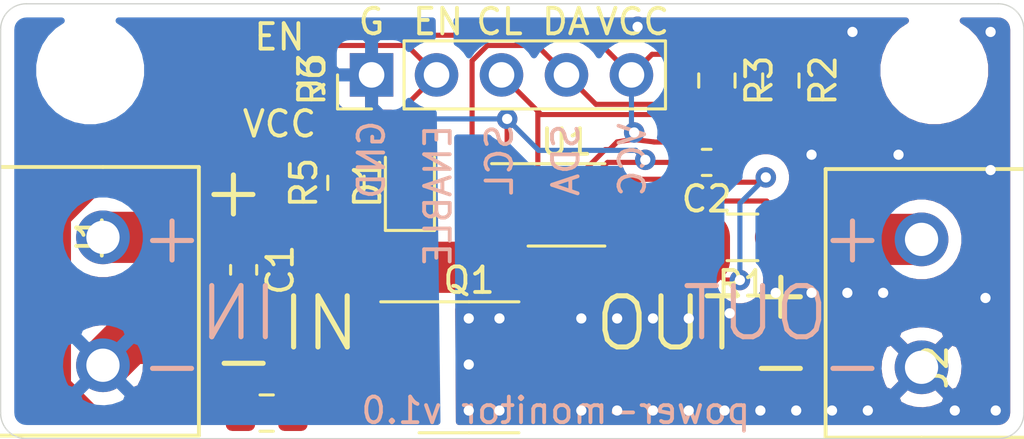
<source format=kicad_pcb>
(kicad_pcb (version 20171130) (host pcbnew 5.1.12-84ad8e8a86~92~ubuntu20.04.1)

  (general
    (thickness 1.6)
    (drawings 33)
    (tracks 156)
    (zones 0)
    (modules 16)
    (nets 11)
  )

  (page A4)
  (layers
    (0 F.Cu signal hide)
    (31 B.Cu signal hide)
    (32 B.Adhes user)
    (33 F.Adhes user)
    (34 B.Paste user)
    (35 F.Paste user)
    (36 B.SilkS user)
    (37 F.SilkS user)
    (38 B.Mask user)
    (39 F.Mask user)
    (40 Dwgs.User user)
    (41 Cmts.User user)
    (42 Eco1.User user)
    (43 Eco2.User user)
    (44 Edge.Cuts user)
    (45 Margin user)
    (46 B.CrtYd user)
    (47 F.CrtYd user)
    (48 B.Fab user)
    (49 F.Fab user)
  )

  (setup
    (last_trace_width 0.25)
    (user_trace_width 0.2)
    (user_trace_width 0.5)
    (user_trace_width 0.75)
    (user_trace_width 1)
    (user_trace_width 1.5)
    (user_trace_width 2)
    (user_trace_width 3)
    (user_trace_width 4)
    (trace_clearance 0.2)
    (zone_clearance 0.508)
    (zone_45_only no)
    (trace_min 0.2)
    (via_size 0.8)
    (via_drill 0.4)
    (via_min_size 0.4)
    (via_min_drill 0.3)
    (uvia_size 0.3)
    (uvia_drill 0.1)
    (uvias_allowed no)
    (uvia_min_size 0.2)
    (uvia_min_drill 0.1)
    (edge_width 0.05)
    (segment_width 0.2)
    (pcb_text_width 0.3)
    (pcb_text_size 1.5 1.5)
    (mod_edge_width 0.12)
    (mod_text_size 1 1)
    (mod_text_width 0.15)
    (pad_size 1.524 1.524)
    (pad_drill 0.762)
    (pad_to_mask_clearance 0)
    (aux_axis_origin 0 0)
    (visible_elements FFF9FF7F)
    (pcbplotparams
      (layerselection 0x010fc_ffffffff)
      (usegerberextensions false)
      (usegerberattributes false)
      (usegerberadvancedattributes false)
      (creategerberjobfile false)
      (excludeedgelayer true)
      (linewidth 0.100000)
      (plotframeref false)
      (viasonmask false)
      (mode 1)
      (useauxorigin false)
      (hpglpennumber 1)
      (hpglpenspeed 20)
      (hpglpendiameter 15.000000)
      (psnegative false)
      (psa4output false)
      (plotreference false)
      (plotvalue false)
      (plotinvisibletext false)
      (padsonsilk false)
      (subtractmaskfromsilk false)
      (outputformat 1)
      (mirror false)
      (drillshape 0)
      (scaleselection 1)
      (outputdirectory "gerber"))
  )

  (net 0 "")
  (net 1 GND)
  (net 2 VBUS)
  (net 3 VCC)
  (net 4 ENABLE)
  (net 5 "Net-(D1-Pad1)")
  (net 6 V_SENSE)
  (net 7 GND_OUT)
  (net 8 SDA)
  (net 9 SCL)
  (net 10 "Net-(Q1-Pad4)")

  (net_class Default "This is the default net class."
    (clearance 0.2)
    (trace_width 0.25)
    (via_dia 0.8)
    (via_drill 0.4)
    (uvia_dia 0.3)
    (uvia_drill 0.1)
    (add_net ENABLE)
    (add_net GND)
    (add_net GND_OUT)
    (add_net "Net-(D1-Pad1)")
    (add_net "Net-(Q1-Pad4)")
    (add_net SCL)
    (add_net SDA)
    (add_net VBUS)
    (add_net VCC)
    (add_net V_SENSE)
  )

  (module Connector_PinHeader_2.54mm:PinHeader_1x05_P2.54mm_Vertical (layer F.Cu) (tedit 59FED5CC) (tstamp 6173C9A4)
    (at 127 81.28 90)
    (descr "Through hole straight pin header, 1x05, 2.54mm pitch, single row")
    (tags "Through hole pin header THT 1x05 2.54mm single row")
    (path /6177DDA6)
    (fp_text reference J3 (at 0 -2.33 90) (layer F.SilkS)
      (effects (font (size 1 1) (thickness 0.15)))
    )
    (fp_text value Conn_01x05 (at 0 12.49 90) (layer F.Fab)
      (effects (font (size 1 1) (thickness 0.15)))
    )
    (fp_line (start -0.635 -1.27) (end 1.27 -1.27) (layer F.Fab) (width 0.1))
    (fp_line (start 1.27 -1.27) (end 1.27 11.43) (layer F.Fab) (width 0.1))
    (fp_line (start 1.27 11.43) (end -1.27 11.43) (layer F.Fab) (width 0.1))
    (fp_line (start -1.27 11.43) (end -1.27 -0.635) (layer F.Fab) (width 0.1))
    (fp_line (start -1.27 -0.635) (end -0.635 -1.27) (layer F.Fab) (width 0.1))
    (fp_line (start -1.33 11.49) (end 1.33 11.49) (layer F.SilkS) (width 0.12))
    (fp_line (start -1.33 1.27) (end -1.33 11.49) (layer F.SilkS) (width 0.12))
    (fp_line (start 1.33 1.27) (end 1.33 11.49) (layer F.SilkS) (width 0.12))
    (fp_line (start -1.33 1.27) (end 1.33 1.27) (layer F.SilkS) (width 0.12))
    (fp_line (start -1.33 0) (end -1.33 -1.33) (layer F.SilkS) (width 0.12))
    (fp_line (start -1.33 -1.33) (end 0 -1.33) (layer F.SilkS) (width 0.12))
    (fp_line (start -1.8 -1.8) (end -1.8 11.95) (layer F.CrtYd) (width 0.05))
    (fp_line (start -1.8 11.95) (end 1.8 11.95) (layer F.CrtYd) (width 0.05))
    (fp_line (start 1.8 11.95) (end 1.8 -1.8) (layer F.CrtYd) (width 0.05))
    (fp_line (start 1.8 -1.8) (end -1.8 -1.8) (layer F.CrtYd) (width 0.05))
    (fp_text user %R (at 0 5.08) (layer F.Fab)
      (effects (font (size 1 1) (thickness 0.15)))
    )
    (pad 5 thru_hole oval (at 0 10.16 90) (size 1.7 1.7) (drill 1) (layers *.Cu *.Mask)
      (net 3 VCC))
    (pad 4 thru_hole oval (at 0 7.62 90) (size 1.7 1.7) (drill 1) (layers *.Cu *.Mask)
      (net 8 SDA))
    (pad 3 thru_hole oval (at 0 5.08 90) (size 1.7 1.7) (drill 1) (layers *.Cu *.Mask)
      (net 9 SCL))
    (pad 2 thru_hole oval (at 0 2.54 90) (size 1.7 1.7) (drill 1) (layers *.Cu *.Mask)
      (net 4 ENABLE))
    (pad 1 thru_hole rect (at 0 0 90) (size 1.7 1.7) (drill 1) (layers *.Cu *.Mask)
      (net 1 GND))
    (model ${KISYS3DMOD}/Connector_PinHeader_2.54mm.3dshapes/PinHeader_1x05_P2.54mm_Vertical.wrl
      (at (xyz 0 0 0))
      (scale (xyz 1 1 1))
      (rotate (xyz 0 0 0))
    )
  )

  (module MountingHole:MountingHole_3.2mm_M3 (layer F.Cu) (tedit 56D1B4CB) (tstamp 6173E1D7)
    (at 149 81.1)
    (descr "Mounting Hole 3.2mm, no annular, M3")
    (tags "mounting hole 3.2mm no annular m3")
    (path /6178FBC7)
    (attr virtual)
    (fp_text reference H2 (at 0 -4.2) (layer F.SilkS)
      (effects (font (size 1 1) (thickness 0.15)))
    )
    (fp_text value HOLE (at 0 4.2) (layer F.Fab)
      (effects (font (size 1 1) (thickness 0.15)))
    )
    (fp_circle (center 0 0) (end 3.2 0) (layer Cmts.User) (width 0.15))
    (fp_circle (center 0 0) (end 3.45 0) (layer F.CrtYd) (width 0.05))
    (fp_text user %R (at 0.3 0) (layer F.Fab)
      (effects (font (size 1 1) (thickness 0.15)))
    )
    (pad 1 np_thru_hole circle (at 0 0) (size 3.2 3.2) (drill 3.2) (layers *.Cu *.Mask))
  )

  (module MountingHole:MountingHole_3.2mm_M3 (layer F.Cu) (tedit 56D1B4CB) (tstamp 6173E1CF)
    (at 116 81.1)
    (descr "Mounting Hole 3.2mm, no annular, M3")
    (tags "mounting hole 3.2mm no annular m3")
    (path /6178F722)
    (attr virtual)
    (fp_text reference H1 (at 0 -4.2) (layer F.SilkS)
      (effects (font (size 1 1) (thickness 0.15)))
    )
    (fp_text value HOLE (at 0 4.2) (layer F.Fab)
      (effects (font (size 1 1) (thickness 0.15)))
    )
    (fp_circle (center 0 0) (end 3.2 0) (layer Cmts.User) (width 0.15))
    (fp_circle (center 0 0) (end 3.45 0) (layer F.CrtYd) (width 0.05))
    (fp_text user %R (at 0.3 0) (layer F.Fab)
      (effects (font (size 1 1) (thickness 0.15)))
    )
    (pad 1 np_thru_hole circle (at 0 0) (size 3.2 3.2) (drill 3.2) (layers *.Cu *.Mask))
  )

  (module Package_SO:VSSOP-10_3x3mm_P0.5mm (layer F.Cu) (tedit 5D9F72B2) (tstamp 6173CA3E)
    (at 134.62 86.36)
    (descr "VSSOP, 10 Pin (http://www.ti.com/lit/ds/symlink/ads1115.pdf), generated with kicad-footprint-generator ipc_gullwing_generator.py")
    (tags "VSSOP SO")
    (path /61732928)
    (attr smd)
    (fp_text reference U1 (at 0 -2.45) (layer F.SilkS)
      (effects (font (size 1 1) (thickness 0.15)))
    )
    (fp_text value INA220 (at 0 2.45) (layer F.Fab)
      (effects (font (size 1 1) (thickness 0.15)))
    )
    (fp_line (start 0 1.61) (end 1.5 1.61) (layer F.SilkS) (width 0.12))
    (fp_line (start 0 1.61) (end -1.5 1.61) (layer F.SilkS) (width 0.12))
    (fp_line (start 0 -1.61) (end 1.5 -1.61) (layer F.SilkS) (width 0.12))
    (fp_line (start 0 -1.61) (end -2.925 -1.61) (layer F.SilkS) (width 0.12))
    (fp_line (start -0.75 -1.5) (end 1.5 -1.5) (layer F.Fab) (width 0.1))
    (fp_line (start 1.5 -1.5) (end 1.5 1.5) (layer F.Fab) (width 0.1))
    (fp_line (start 1.5 1.5) (end -1.5 1.5) (layer F.Fab) (width 0.1))
    (fp_line (start -1.5 1.5) (end -1.5 -0.75) (layer F.Fab) (width 0.1))
    (fp_line (start -1.5 -0.75) (end -0.75 -1.5) (layer F.Fab) (width 0.1))
    (fp_line (start -3.18 -1.75) (end -3.18 1.75) (layer F.CrtYd) (width 0.05))
    (fp_line (start -3.18 1.75) (end 3.18 1.75) (layer F.CrtYd) (width 0.05))
    (fp_line (start 3.18 1.75) (end 3.18 -1.75) (layer F.CrtYd) (width 0.05))
    (fp_line (start 3.18 -1.75) (end -3.18 -1.75) (layer F.CrtYd) (width 0.05))
    (fp_text user %R (at 0 0) (layer F.Fab)
      (effects (font (size 0.75 0.75) (thickness 0.11)))
    )
    (pad 10 smd roundrect (at 2.2 -1) (size 1.45 0.3) (layers F.Cu F.Paste F.Mask) (roundrect_rratio 0.25)
      (net 2 VBUS))
    (pad 9 smd roundrect (at 2.2 -0.5) (size 1.45 0.3) (layers F.Cu F.Paste F.Mask) (roundrect_rratio 0.25)
      (net 6 V_SENSE))
    (pad 8 smd roundrect (at 2.2 0) (size 1.45 0.3) (layers F.Cu F.Paste F.Mask) (roundrect_rratio 0.25)
      (net 6 V_SENSE))
    (pad 7 smd roundrect (at 2.2 0.5) (size 1.45 0.3) (layers F.Cu F.Paste F.Mask) (roundrect_rratio 0.25)
      (net 1 GND))
    (pad 6 smd roundrect (at 2.2 1) (size 1.45 0.3) (layers F.Cu F.Paste F.Mask) (roundrect_rratio 0.25)
      (net 3 VCC))
    (pad 5 smd roundrect (at -2.2 1) (size 1.45 0.3) (layers F.Cu F.Paste F.Mask) (roundrect_rratio 0.25)
      (net 9 SCL))
    (pad 4 smd roundrect (at -2.2 0.5) (size 1.45 0.3) (layers F.Cu F.Paste F.Mask) (roundrect_rratio 0.25)
      (net 8 SDA))
    (pad 3 smd roundrect (at -2.2 0) (size 1.45 0.3) (layers F.Cu F.Paste F.Mask) (roundrect_rratio 0.25))
    (pad 2 smd roundrect (at -2.2 -0.5) (size 1.45 0.3) (layers F.Cu F.Paste F.Mask) (roundrect_rratio 0.25)
      (net 1 GND))
    (pad 1 smd roundrect (at -2.2 -1) (size 1.45 0.3) (layers F.Cu F.Paste F.Mask) (roundrect_rratio 0.25)
      (net 1 GND))
    (model ${KISYS3DMOD}/Package_SO.3dshapes/VSSOP-10_3x3mm_P0.5mm.wrl
      (at (xyz 0 0 0))
      (scale (xyz 1 1 1))
      (rotate (xyz 0 0 0))
    )
  )

  (module Resistor_SMD:R_0402_1005Metric (layer F.Cu) (tedit 5B301BBD) (tstamp 6173CA22)
    (at 123.5 81.5 270)
    (descr "Resistor SMD 0402 (1005 Metric), square (rectangular) end terminal, IPC_7351 nominal, (Body size source: http://www.tortai-tech.com/upload/download/2011102023233369053.pdf), generated with kicad-footprint-generator")
    (tags resistor)
    (path /61781F10)
    (attr smd)
    (fp_text reference R6 (at 0 -1.17 90) (layer F.SilkS)
      (effects (font (size 1 1) (thickness 0.15)))
    )
    (fp_text value DNP (at 0 1.17 90) (layer F.Fab)
      (effects (font (size 1 1) (thickness 0.15)))
    )
    (fp_line (start -0.5 0.25) (end -0.5 -0.25) (layer F.Fab) (width 0.1))
    (fp_line (start -0.5 -0.25) (end 0.5 -0.25) (layer F.Fab) (width 0.1))
    (fp_line (start 0.5 -0.25) (end 0.5 0.25) (layer F.Fab) (width 0.1))
    (fp_line (start 0.5 0.25) (end -0.5 0.25) (layer F.Fab) (width 0.1))
    (fp_line (start -0.93 0.47) (end -0.93 -0.47) (layer F.CrtYd) (width 0.05))
    (fp_line (start -0.93 -0.47) (end 0.93 -0.47) (layer F.CrtYd) (width 0.05))
    (fp_line (start 0.93 -0.47) (end 0.93 0.47) (layer F.CrtYd) (width 0.05))
    (fp_line (start 0.93 0.47) (end -0.93 0.47) (layer F.CrtYd) (width 0.05))
    (fp_text user %R (at 0 0 90) (layer F.Fab)
      (effects (font (size 0.25 0.25) (thickness 0.04)))
    )
    (pad 2 smd roundrect (at 0.485 0 270) (size 0.59 0.64) (layers F.Cu F.Paste F.Mask) (roundrect_rratio 0.25)
      (net 3 VCC))
    (pad 1 smd roundrect (at -0.485 0 270) (size 0.59 0.64) (layers F.Cu F.Paste F.Mask) (roundrect_rratio 0.25)
      (net 4 ENABLE))
    (model ${KISYS3DMOD}/Resistor_SMD.3dshapes/R_0402_1005Metric.wrl
      (at (xyz 0 0 0))
      (scale (xyz 1 1 1))
      (rotate (xyz 0 0 0))
    )
  )

  (module Resistor_SMD:R_0805_2012Metric_Pad1.15x1.40mm_HandSolder (layer F.Cu) (tedit 5B36C52B) (tstamp 6173CA13)
    (at 126 85.5 90)
    (descr "Resistor SMD 0805 (2012 Metric), square (rectangular) end terminal, IPC_7351 nominal with elongated pad for handsoldering. (Body size source: https://docs.google.com/spreadsheets/d/1BsfQQcO9C6DZCsRaXUlFlo91Tg2WpOkGARC1WS5S8t0/edit?usp=sharing), generated with kicad-footprint-generator")
    (tags "resistor handsolder")
    (path /6177196C)
    (attr smd)
    (fp_text reference R5 (at 0 -1.65 90) (layer F.SilkS)
      (effects (font (size 1 1) (thickness 0.15)))
    )
    (fp_text value 4k7 (at 0 1.65 90) (layer F.Fab)
      (effects (font (size 1 1) (thickness 0.15)))
    )
    (fp_line (start -1 0.6) (end -1 -0.6) (layer F.Fab) (width 0.1))
    (fp_line (start -1 -0.6) (end 1 -0.6) (layer F.Fab) (width 0.1))
    (fp_line (start 1 -0.6) (end 1 0.6) (layer F.Fab) (width 0.1))
    (fp_line (start 1 0.6) (end -1 0.6) (layer F.Fab) (width 0.1))
    (fp_line (start -0.261252 -0.71) (end 0.261252 -0.71) (layer F.SilkS) (width 0.12))
    (fp_line (start -0.261252 0.71) (end 0.261252 0.71) (layer F.SilkS) (width 0.12))
    (fp_line (start -1.85 0.95) (end -1.85 -0.95) (layer F.CrtYd) (width 0.05))
    (fp_line (start -1.85 -0.95) (end 1.85 -0.95) (layer F.CrtYd) (width 0.05))
    (fp_line (start 1.85 -0.95) (end 1.85 0.95) (layer F.CrtYd) (width 0.05))
    (fp_line (start 1.85 0.95) (end -1.85 0.95) (layer F.CrtYd) (width 0.05))
    (fp_text user %R (at 0 0 90) (layer F.Fab)
      (effects (font (size 0.5 0.5) (thickness 0.08)))
    )
    (pad 2 smd roundrect (at 1.025 0 90) (size 1.15 1.4) (layers F.Cu F.Paste F.Mask) (roundrect_rratio 0.2173904347826087)
      (net 1 GND))
    (pad 1 smd roundrect (at -1.025 0 90) (size 1.15 1.4) (layers F.Cu F.Paste F.Mask) (roundrect_rratio 0.2173904347826087)
      (net 5 "Net-(D1-Pad1)"))
    (model ${KISYS3DMOD}/Resistor_SMD.3dshapes/R_0805_2012Metric.wrl
      (at (xyz 0 0 0))
      (scale (xyz 1 1 1))
      (rotate (xyz 0 0 0))
    )
  )

  (module Resistor_SMD:R_0805_2012Metric_Pad1.15x1.40mm_HandSolder (layer F.Cu) (tedit 5B36C52B) (tstamp 6173CA02)
    (at 122.9 94.5 180)
    (descr "Resistor SMD 0805 (2012 Metric), square (rectangular) end terminal, IPC_7351 nominal with elongated pad for handsoldering. (Body size source: https://docs.google.com/spreadsheets/d/1BsfQQcO9C6DZCsRaXUlFlo91Tg2WpOkGARC1WS5S8t0/edit?usp=sharing), generated with kicad-footprint-generator")
    (tags "resistor handsolder")
    (path /617518FF)
    (attr smd)
    (fp_text reference R4 (at 0 -1.65) (layer F.SilkS)
      (effects (font (size 1 1) (thickness 0.15)))
    )
    (fp_text value 33 (at 0 1.65) (layer F.Fab)
      (effects (font (size 1 1) (thickness 0.15)))
    )
    (fp_line (start -1 0.6) (end -1 -0.6) (layer F.Fab) (width 0.1))
    (fp_line (start -1 -0.6) (end 1 -0.6) (layer F.Fab) (width 0.1))
    (fp_line (start 1 -0.6) (end 1 0.6) (layer F.Fab) (width 0.1))
    (fp_line (start 1 0.6) (end -1 0.6) (layer F.Fab) (width 0.1))
    (fp_line (start -0.261252 -0.71) (end 0.261252 -0.71) (layer F.SilkS) (width 0.12))
    (fp_line (start -0.261252 0.71) (end 0.261252 0.71) (layer F.SilkS) (width 0.12))
    (fp_line (start -1.85 0.95) (end -1.85 -0.95) (layer F.CrtYd) (width 0.05))
    (fp_line (start -1.85 -0.95) (end 1.85 -0.95) (layer F.CrtYd) (width 0.05))
    (fp_line (start 1.85 -0.95) (end 1.85 0.95) (layer F.CrtYd) (width 0.05))
    (fp_line (start 1.85 0.95) (end -1.85 0.95) (layer F.CrtYd) (width 0.05))
    (fp_text user %R (at 0 0) (layer F.Fab)
      (effects (font (size 0.5 0.5) (thickness 0.08)))
    )
    (pad 2 smd roundrect (at 1.025 0 180) (size 1.15 1.4) (layers F.Cu F.Paste F.Mask) (roundrect_rratio 0.2173904347826087)
      (net 4 ENABLE))
    (pad 1 smd roundrect (at -1.025 0 180) (size 1.15 1.4) (layers F.Cu F.Paste F.Mask) (roundrect_rratio 0.2173904347826087)
      (net 10 "Net-(Q1-Pad4)"))
    (model ${KISYS3DMOD}/Resistor_SMD.3dshapes/R_0805_2012Metric.wrl
      (at (xyz 0 0 0))
      (scale (xyz 1 1 1))
      (rotate (xyz 0 0 0))
    )
  )

  (module Resistor_SMD:R_0805_2012Metric_Pad1.15x1.40mm_HandSolder (layer F.Cu) (tedit 5B36C52B) (tstamp 6173C9F1)
    (at 140.5 81.5 270)
    (descr "Resistor SMD 0805 (2012 Metric), square (rectangular) end terminal, IPC_7351 nominal with elongated pad for handsoldering. (Body size source: https://docs.google.com/spreadsheets/d/1BsfQQcO9C6DZCsRaXUlFlo91Tg2WpOkGARC1WS5S8t0/edit?usp=sharing), generated with kicad-footprint-generator")
    (tags "resistor handsolder")
    (path /61765546)
    (attr smd)
    (fp_text reference R3 (at 0 -1.65 90) (layer F.SilkS)
      (effects (font (size 1 1) (thickness 0.15)))
    )
    (fp_text value 4k7 (at 0 1.65 90) (layer F.Fab)
      (effects (font (size 1 1) (thickness 0.15)))
    )
    (fp_line (start -1 0.6) (end -1 -0.6) (layer F.Fab) (width 0.1))
    (fp_line (start -1 -0.6) (end 1 -0.6) (layer F.Fab) (width 0.1))
    (fp_line (start 1 -0.6) (end 1 0.6) (layer F.Fab) (width 0.1))
    (fp_line (start 1 0.6) (end -1 0.6) (layer F.Fab) (width 0.1))
    (fp_line (start -0.261252 -0.71) (end 0.261252 -0.71) (layer F.SilkS) (width 0.12))
    (fp_line (start -0.261252 0.71) (end 0.261252 0.71) (layer F.SilkS) (width 0.12))
    (fp_line (start -1.85 0.95) (end -1.85 -0.95) (layer F.CrtYd) (width 0.05))
    (fp_line (start -1.85 -0.95) (end 1.85 -0.95) (layer F.CrtYd) (width 0.05))
    (fp_line (start 1.85 -0.95) (end 1.85 0.95) (layer F.CrtYd) (width 0.05))
    (fp_line (start 1.85 0.95) (end -1.85 0.95) (layer F.CrtYd) (width 0.05))
    (fp_text user %R (at 0 0 90) (layer F.Fab)
      (effects (font (size 0.5 0.5) (thickness 0.08)))
    )
    (pad 2 smd roundrect (at 1.025 0 270) (size 1.15 1.4) (layers F.Cu F.Paste F.Mask) (roundrect_rratio 0.2173904347826087)
      (net 9 SCL))
    (pad 1 smd roundrect (at -1.025 0 270) (size 1.15 1.4) (layers F.Cu F.Paste F.Mask) (roundrect_rratio 0.2173904347826087)
      (net 3 VCC))
    (model ${KISYS3DMOD}/Resistor_SMD.3dshapes/R_0805_2012Metric.wrl
      (at (xyz 0 0 0))
      (scale (xyz 1 1 1))
      (rotate (xyz 0 0 0))
    )
  )

  (module Resistor_SMD:R_0805_2012Metric_Pad1.15x1.40mm_HandSolder (layer F.Cu) (tedit 5B36C52B) (tstamp 6173C9E0)
    (at 143 81.5 270)
    (descr "Resistor SMD 0805 (2012 Metric), square (rectangular) end terminal, IPC_7351 nominal with elongated pad for handsoldering. (Body size source: https://docs.google.com/spreadsheets/d/1BsfQQcO9C6DZCsRaXUlFlo91Tg2WpOkGARC1WS5S8t0/edit?usp=sharing), generated with kicad-footprint-generator")
    (tags "resistor handsolder")
    (path /6175B2BB)
    (attr smd)
    (fp_text reference R2 (at 0 -1.65 90) (layer F.SilkS)
      (effects (font (size 1 1) (thickness 0.15)))
    )
    (fp_text value 4k7 (at 0 1.65 90) (layer F.Fab)
      (effects (font (size 1 1) (thickness 0.15)))
    )
    (fp_line (start -1 0.6) (end -1 -0.6) (layer F.Fab) (width 0.1))
    (fp_line (start -1 -0.6) (end 1 -0.6) (layer F.Fab) (width 0.1))
    (fp_line (start 1 -0.6) (end 1 0.6) (layer F.Fab) (width 0.1))
    (fp_line (start 1 0.6) (end -1 0.6) (layer F.Fab) (width 0.1))
    (fp_line (start -0.261252 -0.71) (end 0.261252 -0.71) (layer F.SilkS) (width 0.12))
    (fp_line (start -0.261252 0.71) (end 0.261252 0.71) (layer F.SilkS) (width 0.12))
    (fp_line (start -1.85 0.95) (end -1.85 -0.95) (layer F.CrtYd) (width 0.05))
    (fp_line (start -1.85 -0.95) (end 1.85 -0.95) (layer F.CrtYd) (width 0.05))
    (fp_line (start 1.85 -0.95) (end 1.85 0.95) (layer F.CrtYd) (width 0.05))
    (fp_line (start 1.85 0.95) (end -1.85 0.95) (layer F.CrtYd) (width 0.05))
    (fp_text user %R (at 0 0 90) (layer F.Fab)
      (effects (font (size 0.5 0.5) (thickness 0.08)))
    )
    (pad 2 smd roundrect (at 1.025 0 270) (size 1.15 1.4) (layers F.Cu F.Paste F.Mask) (roundrect_rratio 0.2173904347826087)
      (net 8 SDA))
    (pad 1 smd roundrect (at -1.025 0 270) (size 1.15 1.4) (layers F.Cu F.Paste F.Mask) (roundrect_rratio 0.2173904347826087)
      (net 3 VCC))
    (model ${KISYS3DMOD}/Resistor_SMD.3dshapes/R_0805_2012Metric.wrl
      (at (xyz 0 0 0))
      (scale (xyz 1 1 1))
      (rotate (xyz 0 0 0))
    )
  )

  (module Resistor_SMD:R_1206_3216Metric_Pad1.42x1.75mm_HandSolder (layer F.Cu) (tedit 5B301BBD) (tstamp 6173C9CF)
    (at 141.5 87.63 180)
    (descr "Resistor SMD 1206 (3216 Metric), square (rectangular) end terminal, IPC_7351 nominal with elongated pad for handsoldering. (Body size source: http://www.tortai-tech.com/upload/download/2011102023233369053.pdf), generated with kicad-footprint-generator")
    (tags "resistor handsolder")
    (path /61734D6F)
    (attr smd)
    (fp_text reference R1 (at 0 -1.82) (layer F.SilkS)
      (effects (font (size 1 1) (thickness 0.15)))
    )
    (fp_text value R_SHUNT (at 0 1.82) (layer F.Fab)
      (effects (font (size 1 1) (thickness 0.15)))
    )
    (fp_line (start -1.6 0.8) (end -1.6 -0.8) (layer F.Fab) (width 0.1))
    (fp_line (start -1.6 -0.8) (end 1.6 -0.8) (layer F.Fab) (width 0.1))
    (fp_line (start 1.6 -0.8) (end 1.6 0.8) (layer F.Fab) (width 0.1))
    (fp_line (start 1.6 0.8) (end -1.6 0.8) (layer F.Fab) (width 0.1))
    (fp_line (start -0.602064 -0.91) (end 0.602064 -0.91) (layer F.SilkS) (width 0.12))
    (fp_line (start -0.602064 0.91) (end 0.602064 0.91) (layer F.SilkS) (width 0.12))
    (fp_line (start -2.45 1.12) (end -2.45 -1.12) (layer F.CrtYd) (width 0.05))
    (fp_line (start -2.45 -1.12) (end 2.45 -1.12) (layer F.CrtYd) (width 0.05))
    (fp_line (start 2.45 -1.12) (end 2.45 1.12) (layer F.CrtYd) (width 0.05))
    (fp_line (start 2.45 1.12) (end -2.45 1.12) (layer F.CrtYd) (width 0.05))
    (fp_text user %R (at 0 0) (layer F.Fab)
      (effects (font (size 0.8 0.8) (thickness 0.12)))
    )
    (pad 2 smd roundrect (at 1.4875 0 180) (size 1.425 1.75) (layers F.Cu F.Paste F.Mask) (roundrect_rratio 0.1754385964912281)
      (net 2 VBUS))
    (pad 1 smd roundrect (at -1.4875 0 180) (size 1.425 1.75) (layers F.Cu F.Paste F.Mask) (roundrect_rratio 0.1754385964912281)
      (net 6 V_SENSE))
    (model ${KISYS3DMOD}/Resistor_SMD.3dshapes/R_1206_3216Metric.wrl
      (at (xyz 0 0 0))
      (scale (xyz 1 1 1))
      (rotate (xyz 0 0 0))
    )
  )

  (module Package_SO:SOIC-8_3.9x4.9mm_P1.27mm (layer F.Cu) (tedit 5D9F72B1) (tstamp 6173C9BE)
    (at 130.81 92.71)
    (descr "SOIC, 8 Pin (JEDEC MS-012AA, https://www.analog.com/media/en/package-pcb-resources/package/pkg_pdf/soic_narrow-r/r_8.pdf), generated with kicad-footprint-generator ipc_gullwing_generator.py")
    (tags "SOIC SO")
    (path /61740C8D)
    (attr smd)
    (fp_text reference Q1 (at 0 -3.4) (layer F.SilkS)
      (effects (font (size 1 1) (thickness 0.15)))
    )
    (fp_text value IRF7403 (at 0 3.4) (layer F.Fab)
      (effects (font (size 1 1) (thickness 0.15)))
    )
    (fp_line (start 0 2.56) (end 1.95 2.56) (layer F.SilkS) (width 0.12))
    (fp_line (start 0 2.56) (end -1.95 2.56) (layer F.SilkS) (width 0.12))
    (fp_line (start 0 -2.56) (end 1.95 -2.56) (layer F.SilkS) (width 0.12))
    (fp_line (start 0 -2.56) (end -3.45 -2.56) (layer F.SilkS) (width 0.12))
    (fp_line (start -0.975 -2.45) (end 1.95 -2.45) (layer F.Fab) (width 0.1))
    (fp_line (start 1.95 -2.45) (end 1.95 2.45) (layer F.Fab) (width 0.1))
    (fp_line (start 1.95 2.45) (end -1.95 2.45) (layer F.Fab) (width 0.1))
    (fp_line (start -1.95 2.45) (end -1.95 -1.475) (layer F.Fab) (width 0.1))
    (fp_line (start -1.95 -1.475) (end -0.975 -2.45) (layer F.Fab) (width 0.1))
    (fp_line (start -3.7 -2.7) (end -3.7 2.7) (layer F.CrtYd) (width 0.05))
    (fp_line (start -3.7 2.7) (end 3.7 2.7) (layer F.CrtYd) (width 0.05))
    (fp_line (start 3.7 2.7) (end 3.7 -2.7) (layer F.CrtYd) (width 0.05))
    (fp_line (start 3.7 -2.7) (end -3.7 -2.7) (layer F.CrtYd) (width 0.05))
    (fp_text user %R (at 0 0) (layer F.Fab)
      (effects (font (size 0.98 0.98) (thickness 0.15)))
    )
    (pad 8 smd roundrect (at 2.475 -1.905) (size 1.95 0.6) (layers F.Cu F.Paste F.Mask) (roundrect_rratio 0.25)
      (net 7 GND_OUT))
    (pad 7 smd roundrect (at 2.475 -0.635) (size 1.95 0.6) (layers F.Cu F.Paste F.Mask) (roundrect_rratio 0.25)
      (net 7 GND_OUT))
    (pad 6 smd roundrect (at 2.475 0.635) (size 1.95 0.6) (layers F.Cu F.Paste F.Mask) (roundrect_rratio 0.25)
      (net 7 GND_OUT))
    (pad 5 smd roundrect (at 2.475 1.905) (size 1.95 0.6) (layers F.Cu F.Paste F.Mask) (roundrect_rratio 0.25)
      (net 7 GND_OUT))
    (pad 4 smd roundrect (at -2.475 1.905) (size 1.95 0.6) (layers F.Cu F.Paste F.Mask) (roundrect_rratio 0.25)
      (net 10 "Net-(Q1-Pad4)"))
    (pad 3 smd roundrect (at -2.475 0.635) (size 1.95 0.6) (layers F.Cu F.Paste F.Mask) (roundrect_rratio 0.25)
      (net 1 GND))
    (pad 2 smd roundrect (at -2.475 -0.635) (size 1.95 0.6) (layers F.Cu F.Paste F.Mask) (roundrect_rratio 0.25)
      (net 1 GND))
    (pad 1 smd roundrect (at -2.475 -1.905) (size 1.95 0.6) (layers F.Cu F.Paste F.Mask) (roundrect_rratio 0.25)
      (net 1 GND))
    (model ${KISYS3DMOD}/Package_SO.3dshapes/SOIC-8_3.9x4.9mm_P1.27mm.wrl
      (at (xyz 0 0 0))
      (scale (xyz 1 1 1))
      (rotate (xyz 0 0 0))
    )
  )

  (module homebrew:Wurth_ScrewTerminal_1x02_P5.00mm_691137710002 (layer F.Cu) (tedit 5F6BF13B) (tstamp 6173CC40)
    (at 148.5 92.71 90)
    (path /61733D12)
    (fp_text reference J2 (at 0 0.5 90) (layer F.SilkS)
      (effects (font (size 1 1) (thickness 0.15)))
    )
    (fp_text value Conn_01x02 (at 0 -0.5 90) (layer F.Fab)
      (effects (font (size 1 1) (thickness 0.15)))
    )
    (fp_line (start 7.75 -3.75) (end -2.75 -3.75) (layer F.CrtYd) (width 0.15))
    (fp_line (start 7.75 7.5) (end 7.75 -3.75) (layer F.CrtYd) (width 0.15))
    (fp_line (start -2.75 7.5) (end 7.75 7.5) (layer F.CrtYd) (width 0.15))
    (fp_line (start -2.75 -3.75) (end -2.75 7.5) (layer F.CrtYd) (width 0.15))
    (fp_line (start 2.5 5) (end 3.25 5.75) (layer Dwgs.User) (width 0.15))
    (fp_line (start 2.5 5) (end 1.75 5.75) (layer Dwgs.User) (width 0.15))
    (fp_line (start 2.5 8.75) (end 2.5 5) (layer Dwgs.User) (width 0.15))
    (fp_line (start -2.75 -3.75) (end -2.75 0) (layer F.SilkS) (width 0.15))
    (fp_line (start 7.75 -3.75) (end -2.75 -3.75) (layer F.SilkS) (width 0.15))
    (fp_line (start 7.75 4.25) (end 7.75 -3.75) (layer F.SilkS) (width 0.15))
    (fp_line (start -2.75 4.25) (end 7.75 4.25) (layer F.SilkS) (width 0.15))
    (fp_line (start -2.75 0) (end -2.75 4.25) (layer F.SilkS) (width 0.15))
    (pad 2 thru_hole circle (at 5 0 90) (size 2.1 2.1) (drill 1.3) (layers *.Cu *.Mask)
      (net 6 V_SENSE))
    (pad 1 thru_hole circle (at 0 0 90) (size 2.1 2.1) (drill 1.3) (layers *.Cu *.Mask)
      (net 7 GND_OUT))
    (model :homebrew:691137710002.wrl
      (at (xyz 0 0 0))
      (scale (xyz 1 1 1))
      (rotate (xyz 0 0 0))
    )
  )

  (module homebrew:Wurth_ScrewTerminal_1x02_P5.00mm_691137710002 (layer F.Cu) (tedit 5F6BF13B) (tstamp 6173C979)
    (at 116.5 87.63 270)
    (path /617331E7)
    (fp_text reference J1 (at 0 0.5 90) (layer F.SilkS)
      (effects (font (size 1 1) (thickness 0.15)))
    )
    (fp_text value Conn_01x02 (at 0 -0.5 90) (layer F.Fab)
      (effects (font (size 1 1) (thickness 0.15)))
    )
    (fp_line (start 7.75 -3.75) (end -2.75 -3.75) (layer F.CrtYd) (width 0.15))
    (fp_line (start 7.75 7.5) (end 7.75 -3.75) (layer F.CrtYd) (width 0.15))
    (fp_line (start -2.75 7.5) (end 7.75 7.5) (layer F.CrtYd) (width 0.15))
    (fp_line (start -2.75 -3.75) (end -2.75 7.5) (layer F.CrtYd) (width 0.15))
    (fp_line (start 2.5 5) (end 3.25 5.75) (layer Dwgs.User) (width 0.15))
    (fp_line (start 2.5 5) (end 1.75 5.75) (layer Dwgs.User) (width 0.15))
    (fp_line (start 2.5 8.75) (end 2.5 5) (layer Dwgs.User) (width 0.15))
    (fp_line (start -2.75 -3.75) (end -2.75 0) (layer F.SilkS) (width 0.15))
    (fp_line (start 7.75 -3.75) (end -2.75 -3.75) (layer F.SilkS) (width 0.15))
    (fp_line (start 7.75 4.25) (end 7.75 -3.75) (layer F.SilkS) (width 0.15))
    (fp_line (start -2.75 4.25) (end 7.75 4.25) (layer F.SilkS) (width 0.15))
    (fp_line (start -2.75 0) (end -2.75 4.25) (layer F.SilkS) (width 0.15))
    (pad 2 thru_hole circle (at 5 0 270) (size 2.1 2.1) (drill 1.3) (layers *.Cu *.Mask)
      (net 1 GND))
    (pad 1 thru_hole circle (at 0 0 270) (size 2.1 2.1) (drill 1.3) (layers *.Cu *.Mask)
      (net 2 VBUS))
    (model :homebrew:691137710002.wrl
      (at (xyz 0 0 0))
      (scale (xyz 1 1 1))
      (rotate (xyz 0 0 0))
    )
  )

  (module LED_SMD:LED_0805_2012Metric_Pad1.15x1.40mm_HandSolder (layer F.Cu) (tedit 5B4B45C9) (tstamp 6173C967)
    (at 128.5 85.5 90)
    (descr "LED SMD 0805 (2012 Metric), square (rectangular) end terminal, IPC_7351 nominal, (Body size source: https://docs.google.com/spreadsheets/d/1BsfQQcO9C6DZCsRaXUlFlo91Tg2WpOkGARC1WS5S8t0/edit?usp=sharing), generated with kicad-footprint-generator")
    (tags "LED handsolder")
    (path /61772036)
    (attr smd)
    (fp_text reference D1 (at 0 -1.65 90) (layer F.SilkS)
      (effects (font (size 1 1) (thickness 0.15)))
    )
    (fp_text value LED (at 0 1.65 90) (layer F.Fab)
      (effects (font (size 1 1) (thickness 0.15)))
    )
    (fp_line (start 1 -0.6) (end -0.7 -0.6) (layer F.Fab) (width 0.1))
    (fp_line (start -0.7 -0.6) (end -1 -0.3) (layer F.Fab) (width 0.1))
    (fp_line (start -1 -0.3) (end -1 0.6) (layer F.Fab) (width 0.1))
    (fp_line (start -1 0.6) (end 1 0.6) (layer F.Fab) (width 0.1))
    (fp_line (start 1 0.6) (end 1 -0.6) (layer F.Fab) (width 0.1))
    (fp_line (start 1 -0.96) (end -1.86 -0.96) (layer F.SilkS) (width 0.12))
    (fp_line (start -1.86 -0.96) (end -1.86 0.96) (layer F.SilkS) (width 0.12))
    (fp_line (start -1.86 0.96) (end 1 0.96) (layer F.SilkS) (width 0.12))
    (fp_line (start -1.85 0.95) (end -1.85 -0.95) (layer F.CrtYd) (width 0.05))
    (fp_line (start -1.85 -0.95) (end 1.85 -0.95) (layer F.CrtYd) (width 0.05))
    (fp_line (start 1.85 -0.95) (end 1.85 0.95) (layer F.CrtYd) (width 0.05))
    (fp_line (start 1.85 0.95) (end -1.85 0.95) (layer F.CrtYd) (width 0.05))
    (fp_text user %R (at 0 0 90) (layer F.Fab)
      (effects (font (size 0.5 0.5) (thickness 0.08)))
    )
    (pad 2 smd roundrect (at 1.025 0 90) (size 1.15 1.4) (layers F.Cu F.Paste F.Mask) (roundrect_rratio 0.2173904347826087)
      (net 4 ENABLE))
    (pad 1 smd roundrect (at -1.025 0 90) (size 1.15 1.4) (layers F.Cu F.Paste F.Mask) (roundrect_rratio 0.2173904347826087)
      (net 5 "Net-(D1-Pad1)"))
    (model ${KISYS3DMOD}/LED_SMD.3dshapes/LED_0805_2012Metric.wrl
      (at (xyz 0 0 0))
      (scale (xyz 1 1 1))
      (rotate (xyz 0 0 0))
    )
  )

  (module Capacitor_SMD:C_0603_1608Metric_Pad1.05x0.95mm_HandSolder (layer F.Cu) (tedit 5B301BBE) (tstamp 6173C954)
    (at 140.1 84.7 180)
    (descr "Capacitor SMD 0603 (1608 Metric), square (rectangular) end terminal, IPC_7351 nominal with elongated pad for handsoldering. (Body size source: http://www.tortai-tech.com/upload/download/2011102023233369053.pdf), generated with kicad-footprint-generator")
    (tags "capacitor handsolder")
    (path /617467DC)
    (attr smd)
    (fp_text reference C2 (at 0 -1.43) (layer F.SilkS)
      (effects (font (size 1 1) (thickness 0.15)))
    )
    (fp_text value 0.1uF (at 0 1.43) (layer F.Fab)
      (effects (font (size 1 1) (thickness 0.15)))
    )
    (fp_line (start -0.8 0.4) (end -0.8 -0.4) (layer F.Fab) (width 0.1))
    (fp_line (start -0.8 -0.4) (end 0.8 -0.4) (layer F.Fab) (width 0.1))
    (fp_line (start 0.8 -0.4) (end 0.8 0.4) (layer F.Fab) (width 0.1))
    (fp_line (start 0.8 0.4) (end -0.8 0.4) (layer F.Fab) (width 0.1))
    (fp_line (start -0.171267 -0.51) (end 0.171267 -0.51) (layer F.SilkS) (width 0.12))
    (fp_line (start -0.171267 0.51) (end 0.171267 0.51) (layer F.SilkS) (width 0.12))
    (fp_line (start -1.65 0.73) (end -1.65 -0.73) (layer F.CrtYd) (width 0.05))
    (fp_line (start -1.65 -0.73) (end 1.65 -0.73) (layer F.CrtYd) (width 0.05))
    (fp_line (start 1.65 -0.73) (end 1.65 0.73) (layer F.CrtYd) (width 0.05))
    (fp_line (start 1.65 0.73) (end -1.65 0.73) (layer F.CrtYd) (width 0.05))
    (fp_text user %R (at 0 0) (layer F.Fab)
      (effects (font (size 0.4 0.4) (thickness 0.06)))
    )
    (pad 2 smd roundrect (at 0.875 0 180) (size 1.05 0.95) (layers F.Cu F.Paste F.Mask) (roundrect_rratio 0.25)
      (net 1 GND))
    (pad 1 smd roundrect (at -0.875 0 180) (size 1.05 0.95) (layers F.Cu F.Paste F.Mask) (roundrect_rratio 0.25)
      (net 3 VCC))
    (model ${KISYS3DMOD}/Capacitor_SMD.3dshapes/C_0603_1608Metric.wrl
      (at (xyz 0 0 0))
      (scale (xyz 1 1 1))
      (rotate (xyz 0 0 0))
    )
  )

  (module Capacitor_SMD:C_0603_1608Metric_Pad1.05x0.95mm_HandSolder (layer F.Cu) (tedit 5B301BBE) (tstamp 6173C943)
    (at 122 88.9 270)
    (descr "Capacitor SMD 0603 (1608 Metric), square (rectangular) end terminal, IPC_7351 nominal with elongated pad for handsoldering. (Body size source: http://www.tortai-tech.com/upload/download/2011102023233369053.pdf), generated with kicad-footprint-generator")
    (tags "capacitor handsolder")
    (path /6176E3BE)
    (attr smd)
    (fp_text reference C1 (at 0 -1.43 90) (layer F.SilkS)
      (effects (font (size 1 1) (thickness 0.15)))
    )
    (fp_text value 0.1uF (at 0 1.43 90) (layer F.Fab)
      (effects (font (size 1 1) (thickness 0.15)))
    )
    (fp_line (start -0.8 0.4) (end -0.8 -0.4) (layer F.Fab) (width 0.1))
    (fp_line (start -0.8 -0.4) (end 0.8 -0.4) (layer F.Fab) (width 0.1))
    (fp_line (start 0.8 -0.4) (end 0.8 0.4) (layer F.Fab) (width 0.1))
    (fp_line (start 0.8 0.4) (end -0.8 0.4) (layer F.Fab) (width 0.1))
    (fp_line (start -0.171267 -0.51) (end 0.171267 -0.51) (layer F.SilkS) (width 0.12))
    (fp_line (start -0.171267 0.51) (end 0.171267 0.51) (layer F.SilkS) (width 0.12))
    (fp_line (start -1.65 0.73) (end -1.65 -0.73) (layer F.CrtYd) (width 0.05))
    (fp_line (start -1.65 -0.73) (end 1.65 -0.73) (layer F.CrtYd) (width 0.05))
    (fp_line (start 1.65 -0.73) (end 1.65 0.73) (layer F.CrtYd) (width 0.05))
    (fp_line (start 1.65 0.73) (end -1.65 0.73) (layer F.CrtYd) (width 0.05))
    (fp_text user %R (at 0 0 90) (layer F.Fab)
      (effects (font (size 0.4 0.4) (thickness 0.06)))
    )
    (pad 2 smd roundrect (at 0.875 0 270) (size 1.05 0.95) (layers F.Cu F.Paste F.Mask) (roundrect_rratio 0.25)
      (net 1 GND))
    (pad 1 smd roundrect (at -0.875 0 270) (size 1.05 0.95) (layers F.Cu F.Paste F.Mask) (roundrect_rratio 0.25)
      (net 2 VBUS))
    (model ${KISYS3DMOD}/Capacitor_SMD.3dshapes/C_0603_1608Metric.wrl
      (at (xyz 0 0 0))
      (scale (xyz 1 1 1))
      (rotate (xyz 0 0 0))
    )
  )

  (gr_text "power-monitor v1.0" (at 134.2 94.4) (layer B.SilkS)
    (effects (font (size 1 1) (thickness 0.15)) (justify mirror))
  )
  (gr_text VCC (at 123.4 83.2) (layer F.SilkS)
    (effects (font (size 1 1) (thickness 0.15)))
  )
  (gr_text EN (at 123.4 79.8) (layer F.SilkS)
    (effects (font (size 1 1) (thickness 0.15)))
  )
  (gr_text OUT (at 142 90.6) (layer B.SilkS) (tstamp 6174367E)
    (effects (font (size 2 2) (thickness 0.2)) (justify mirror))
  )
  (gr_text IN (at 121.8 90.6) (layer B.SilkS) (tstamp 61743668)
    (effects (font (size 2 2) (thickness 0.2)) (justify mirror))
  )
  (gr_text + (at 145.8 87.6) (layer B.SilkS) (tstamp 61743660)
    (effects (font (size 2 2) (thickness 0.2)))
  )
  (gr_text - (at 145.8 92.6) (layer B.SilkS) (tstamp 61743656)
    (effects (font (size 2 2) (thickness 0.2)))
  )
  (gr_text - (at 119.2 92.6) (layer B.SilkS) (tstamp 6174364D)
    (effects (font (size 2 2) (thickness 0.2)))
  )
  (gr_text + (at 119.2 87.6) (layer B.SilkS) (tstamp 61743643)
    (effects (font (size 2 2) (thickness 0.2)))
  )
  (gr_text VCC (at 137.2 84.6 90) (layer B.SilkS)
    (effects (font (size 1 1) (thickness 0.15)) (justify mirror))
  )
  (gr_text SDA (at 134.6 84.6 90) (layer B.SilkS)
    (effects (font (size 1 1) (thickness 0.15)) (justify mirror))
  )
  (gr_text SCL (at 132 84.6 90) (layer B.SilkS)
    (effects (font (size 1 1) (thickness 0.15)) (justify mirror))
  )
  (gr_text ENABLE (at 129.6 86 90) (layer B.SilkS)
    (effects (font (size 1 1) (thickness 0.15)) (justify mirror))
  )
  (gr_text GND (at 127 84.6 90) (layer B.SilkS)
    (effects (font (size 1 1) (thickness 0.15)) (justify mirror))
  )
  (gr_text VCC (at 137.2 79.2) (layer F.SilkS)
    (effects (font (size 1 1) (thickness 0.15)))
  )
  (gr_text DA (at 134.6 79.2) (layer F.SilkS)
    (effects (font (size 1 1) (thickness 0.15)))
  )
  (gr_text CL (at 132 79.2) (layer F.SilkS)
    (effects (font (size 1 1) (thickness 0.15)))
  )
  (gr_text EN (at 129.6 79.2) (layer F.SilkS)
    (effects (font (size 1 1) (thickness 0.15)))
  )
  (gr_text G (at 127 79.2) (layer F.SilkS)
    (effects (font (size 1 1) (thickness 0.15)))
  )
  (gr_text OUT (at 138.6 91) (layer F.SilkS) (tstamp 6173F2E8)
    (effects (font (size 2 2) (thickness 0.2)))
  )
  (gr_text IN (at 125 91) (layer F.SilkS)
    (effects (font (size 2 2) (thickness 0.2)))
  )
  (gr_text + (at 121.6 85.8) (layer F.SilkS) (tstamp 6173F2DF)
    (effects (font (size 2 2) (thickness 0.2)))
  )
  (gr_text + (at 143 89.8) (layer F.SilkS) (tstamp 6173F2DC)
    (effects (font (size 2 2) (thickness 0.2)))
  )
  (gr_text - (at 122 92.4) (layer F.SilkS) (tstamp 6173F2DA)
    (effects (font (size 2 2) (thickness 0.2)))
  )
  (gr_text - (at 143 92.6) (layer F.SilkS)
    (effects (font (size 2 2) (thickness 0.2)))
  )
  (gr_arc (start 151.5 94.5) (end 151.5 95.5) (angle -90) (layer Edge.Cuts) (width 0.05))
  (gr_arc (start 151.5 79.5) (end 152.5 79.5) (angle -90) (layer Edge.Cuts) (width 0.05))
  (gr_arc (start 113.5 79.5) (end 113.5 78.5) (angle -90) (layer Edge.Cuts) (width 0.05))
  (gr_arc (start 113.5 94.5) (end 112.5 94.5) (angle -90) (layer Edge.Cuts) (width 0.05))
  (gr_line (start 112.5 94.5) (end 112.5 79.5) (layer Edge.Cuts) (width 0.05) (tstamp 6173DADD))
  (gr_line (start 151.5 95.5) (end 113.5 95.5) (layer Edge.Cuts) (width 0.05))
  (gr_line (start 152.5 79.5) (end 152.5 94.5) (layer Edge.Cuts) (width 0.05))
  (gr_line (start 113.5 78.5) (end 151.5 78.5) (layer Edge.Cuts) (width 0.05))

  (segment (start 126.7 84.475) (end 126 84.475) (width 0.2) (layer F.Cu) (net 1))
  (segment (start 127 84.175) (end 126.7 84.475) (width 0.2) (layer F.Cu) (net 1))
  (segment (start 127 81.28) (end 127 84.175) (width 0.2) (layer F.Cu) (net 1))
  (segment (start 127.87 92.63) (end 128.1 92.4) (width 2) (layer F.Cu) (net 1))
  (segment (start 128.335 92.075) (end 128.1 92.4) (width 2) (layer F.Cu) (net 1))
  (segment (start 121.54999 90.22501) (end 122 90.22501) (width 2) (layer F.Cu) (net 1))
  (segment (start 120.194999 91.580001) (end 121.54999 90.22501) (width 2) (layer F.Cu) (net 1))
  (segment (start 117.549999 91.580001) (end 120.194999 91.580001) (width 2) (layer F.Cu) (net 1))
  (segment (start 123.39998 92.075) (end 121.54999 90.22501) (width 2) (layer F.Cu) (net 1))
  (segment (start 127.180001 91.580001) (end 128.2 92.6) (width 2) (layer F.Cu) (net 1))
  (segment (start 117.549999 91.580001) (end 127.180001 91.580001) (width 2) (layer F.Cu) (net 1))
  (segment (start 116.5 92.63) (end 117.549999 91.580001) (width 2) (layer F.Cu) (net 1))
  (segment (start 128.335 92.075) (end 128.2 92.6) (width 2) (layer F.Cu) (net 1))
  (via (at 132.3 83) (size 0.8) (drill 0.4) (layers F.Cu B.Cu) (net 1))
  (segment (start 127.67 83) (end 132.3 83) (width 0.2) (layer B.Cu) (net 1))
  (segment (start 127 82.33) (end 127.67 83) (width 0.2) (layer B.Cu) (net 1))
  (segment (start 127 81.28) (end 127 82.33) (width 0.2) (layer B.Cu) (net 1))
  (segment (start 132.3 83) (end 132.3 85.8) (width 0.2) (layer F.Cu) (net 1))
  (segment (start 128.335 92.075) (end 128.335 90.805) (width 0.2) (layer F.Cu) (net 1))
  (segment (start 128.2 92.6) (end 123.39998 92.075) (width 2) (layer F.Cu) (net 1))
  (segment (start 138.7 84.7) (end 139.225 84.7) (width 0.2) (layer F.Cu) (net 1))
  (segment (start 136.095 86.86) (end 136.82 86.86) (width 0.2) (layer F.Cu) (net 1))
  (segment (start 136.064654 86.86) (end 136.095 86.86) (width 0.2) (layer F.Cu) (net 1))
  (segment (start 135.79499 86.590336) (end 136.064654 86.86) (width 0.2) (layer F.Cu) (net 1))
  (segment (start 135.79499 85.129664) (end 135.79499 86.590336) (width 0.2) (layer F.Cu) (net 1))
  (segment (start 136.224654 84.7) (end 135.79499 85.129664) (width 0.2) (layer F.Cu) (net 1))
  (segment (start 139.225 84.7) (end 136.224654 84.7) (width 0.2) (layer F.Cu) (net 1))
  (via (at 137.7 84.6) (size 0.8) (drill 0.4) (layers F.Cu B.Cu) (net 1))
  (segment (start 137.330023 84.230023) (end 137.7 84.6) (width 0.2) (layer B.Cu) (net 1))
  (segment (start 132.3 83) (end 133.530023 84.230023) (width 0.2) (layer B.Cu) (net 1))
  (segment (start 133.530023 84.230023) (end 137.330023 84.230023) (width 0.2) (layer B.Cu) (net 1))
  (segment (start 132.42 85.36) (end 132.42 85.86) (width 0.2) (layer F.Cu) (net 1))
  (segment (start 121.605 87.63) (end 122 88.025) (width 2) (layer F.Cu) (net 2))
  (segment (start 116.5 87.63) (end 121.605 87.63) (width 2) (layer F.Cu) (net 2))
  (segment (start 124.674374 88.025) (end 125.449374 88.8) (width 2) (layer F.Cu) (net 2))
  (segment (start 122 88.025) (end 124.674374 88.025) (width 2) (layer F.Cu) (net 2))
  (segment (start 140.0125 88.505) (end 140.0125 87.63) (width 2) (layer F.Cu) (net 2))
  (segment (start 139.7175 88.8) (end 140.0125 88.505) (width 2) (layer F.Cu) (net 2))
  (segment (start 125.449374 88.8) (end 139.7175 88.8) (width 2) (layer F.Cu) (net 2))
  (via (at 142.412942 85.286483) (size 0.8) (drill 0.4) (layers F.Cu B.Cu) (net 2))
  (segment (start 142.224415 85.47501) (end 142.412942 85.286483) (width 0.2) (layer F.Cu) (net 2))
  (segment (start 138.714854 85.47501) (end 142.224415 85.47501) (width 0.2) (layer F.Cu) (net 2))
  (segment (start 138.599844 85.36) (end 138.714854 85.47501) (width 0.2) (layer F.Cu) (net 2))
  (segment (start 136.82 85.36) (end 138.599844 85.36) (width 0.2) (layer F.Cu) (net 2))
  (via (at 141.4 89.3) (size 0.8) (drill 0.4) (layers F.Cu B.Cu) (net 2))
  (segment (start 141.4 86.299425) (end 141.4 89.3) (width 0.2) (layer B.Cu) (net 2))
  (segment (start 142.412942 85.286483) (end 141.4 86.299425) (width 0.2) (layer B.Cu) (net 2))
  (segment (start 140.8075 89.3) (end 140.0125 88.505) (width 0.2) (layer F.Cu) (net 2))
  (segment (start 141.4 89.3) (end 140.8075 89.3) (width 0.2) (layer F.Cu) (net 2))
  (segment (start 143 80.475) (end 140.5 80.475) (width 0.2) (layer F.Cu) (net 3))
  (segment (start 137.965 80.475) (end 137.16 81.28) (width 0.2) (layer F.Cu) (net 3))
  (segment (start 140.5 80.475) (end 137.965 80.475) (width 0.2) (layer F.Cu) (net 3))
  (segment (start 123.5 81.985) (end 123.18 81.985) (width 0.2) (layer F.Cu) (net 3))
  (segment (start 136.310001 80.430001) (end 137.16 81.28) (width 0.2) (layer F.Cu) (net 3))
  (segment (start 123.18 81.985) (end 122.87999 81.68499) (width 0.2) (layer F.Cu) (net 3))
  (segment (start 122.87999 81.68499) (end 122.87999 80.682134) (width 0.2) (layer F.Cu) (net 3))
  (segment (start 122.87999 80.682134) (end 123.912135 79.649989) (width 0.2) (layer F.Cu) (net 3))
  (segment (start 123.912135 79.649989) (end 125.127822 79.649989) (width 0.2) (layer F.Cu) (net 3))
  (segment (start 125.127822 79.649989) (end 125.207822 79.729989) (width 0.2) (layer F.Cu) (net 3))
  (segment (start 125.207822 79.729989) (end 135.609989 79.729989) (width 0.2) (layer F.Cu) (net 3))
  (segment (start 135.609989 79.729989) (end 136.310001 80.430001) (width 0.2) (layer F.Cu) (net 3))
  (segment (start 136.136001 84.200001) (end 135.394979 84.941023) (width 0.2) (layer F.Cu) (net 3))
  (segment (start 140.975 84.7) (end 140.975 84.225) (width 0.2) (layer F.Cu) (net 3))
  (segment (start 140.975 84.225) (end 140.654541 83.904541) (width 0.2) (layer F.Cu) (net 3))
  (segment (start 140.654541 83.904541) (end 138.040543 83.904541) (width 0.2) (layer F.Cu) (net 3))
  (segment (start 135.394979 87.094979) (end 135.66 87.36) (width 0.2) (layer F.Cu) (net 3))
  (segment (start 137.16 83.424138) (end 137.265884 83.530022) (width 0.2) (layer B.Cu) (net 3))
  (segment (start 138.040543 83.904541) (end 138.036002 83.9) (width 0.2) (layer F.Cu) (net 3))
  (via (at 137.265884 83.530022) (size 0.8) (drill 0.4) (layers F.Cu B.Cu) (net 3))
  (segment (start 135.394979 84.941023) (end 135.394979 87.094979) (width 0.2) (layer F.Cu) (net 3))
  (segment (start 137.16 81.28) (end 137.16 83.424138) (width 0.2) (layer B.Cu) (net 3))
  (segment (start 136.6 83.9) (end 136.299999 84.200001) (width 0.2) (layer F.Cu) (net 3))
  (segment (start 136.095 87.36) (end 136.82 87.36) (width 0.2) (layer F.Cu) (net 3))
  (segment (start 136.299999 84.200001) (end 136.136001 84.200001) (width 0.2) (layer F.Cu) (net 3))
  (segment (start 135.66 87.36) (end 136.095 87.36) (width 0.2) (layer F.Cu) (net 3))
  (segment (start 137.265884 83.530022) (end 137.265884 83.734116) (width 0.2) (layer F.Cu) (net 3))
  (segment (start 137.2 83.8) (end 136.6 83.9) (width 0.2) (layer F.Cu) (net 3))
  (segment (start 137.265884 83.734116) (end 137.2 83.8) (width 0.2) (layer F.Cu) (net 3))
  (segment (start 138.036002 83.9) (end 137.2 83.8) (width 0.2) (layer F.Cu) (net 3))
  (segment (start 128.5 82.32) (end 128.5 84.475) (width 0.2) (layer F.Cu) (net 4))
  (segment (start 129.54 81.28) (end 128.5 82.32) (width 0.2) (layer F.Cu) (net 4))
  (segment (start 123.5 80.72) (end 123.5 81.015) (width 0.2) (layer F.Cu) (net 4))
  (segment (start 124.090001 80.129999) (end 123.5 80.72) (width 0.2) (layer F.Cu) (net 4))
  (segment (start 129.54 81.28) (end 128.389999 80.129999) (width 0.2) (layer F.Cu) (net 4))
  (segment (start 123.919998 82.73001) (end 124.9 81.750008) (width 0.5) (layer F.Cu) (net 4))
  (segment (start 119.179988 82.73001) (end 123.919998 82.73001) (width 0.5) (layer F.Cu) (net 4))
  (segment (start 114.999999 86.909999) (end 119.179988 82.73001) (width 0.5) (layer F.Cu) (net 4))
  (segment (start 114.999999 93.350001) (end 114.999999 86.909999) (width 0.5) (layer F.Cu) (net 4))
  (segment (start 116.149998 94.5) (end 114.999999 93.350001) (width 0.5) (layer F.Cu) (net 4))
  (segment (start 121.875 94.5) (end 116.149998 94.5) (width 0.5) (layer F.Cu) (net 4))
  (segment (start 124.9 81.750008) (end 124.9 80.2) (width 0.5) (layer F.Cu) (net 4))
  (segment (start 124.090001 80.129999) (end 128.389999 80.129999) (width 0.2) (layer F.Cu) (net 4))
  (segment (start 127.8 86.525) (end 126 86.525) (width 0.2) (layer F.Cu) (net 5))
  (segment (start 128.5 86.525) (end 127.8 86.525) (width 0.2) (layer F.Cu) (net 5))
  (segment (start 143.0675 87.71) (end 142.9875 87.63) (width 2) (layer F.Cu) (net 6))
  (segment (start 148.5 87.71) (end 143.0675 87.71) (width 2) (layer F.Cu) (net 6))
  (segment (start 142.4425 86.21) (end 142.9875 86.755) (width 0.2) (layer F.Cu) (net 6))
  (segment (start 142.9875 86.755) (end 142.9875 87.63) (width 0.2) (layer F.Cu) (net 6))
  (segment (start 136.97 86.21) (end 142.4425 86.21) (width 0.2) (layer F.Cu) (net 6))
  (segment (start 136.82 86.36) (end 136.97 86.21) (width 0.2) (layer F.Cu) (net 6))
  (segment (start 136.82 85.86) (end 136.82 86.36) (width 0.2) (layer F.Cu) (net 6))
  (via (at 130.8 90.8) (size 0.8) (drill 0.4) (layers F.Cu B.Cu) (net 7))
  (via (at 132 90.8) (size 0.8) (drill 0.4) (layers F.Cu B.Cu) (net 7))
  (via (at 130.8 94.4) (size 0.8) (drill 0.4) (layers F.Cu B.Cu) (net 7))
  (via (at 135.2 90.8) (size 0.8) (drill 0.4) (layers F.Cu B.Cu) (net 7) (tstamp 6173F1D4))
  (via (at 135.2 94.4) (size 0.8) (drill 0.4) (layers F.Cu B.Cu) (net 7))
  (via (at 136.6 94.4) (size 0.8) (drill 0.4) (layers F.Cu B.Cu) (net 7))
  (via (at 136.6 90.8) (size 0.8) (drill 0.4) (layers F.Cu B.Cu) (net 7))
  (via (at 138 90.8) (size 0.8) (drill 0.4) (layers F.Cu B.Cu) (net 7))
  (via (at 138 94.4) (size 0.8) (drill 0.4) (layers F.Cu B.Cu) (net 7))
  (via (at 132 94.4) (size 0.8) (drill 0.4) (layers F.Cu B.Cu) (net 7))
  (via (at 130.8 92.6) (size 0.8) (drill 0.4) (layers F.Cu B.Cu) (net 7))
  (via (at 139.4 90.8) (size 0.8) (drill 0.4) (layers F.Cu B.Cu) (net 7))
  (via (at 141 90.6) (size 0.8) (drill 0.4) (layers F.Cu B.Cu) (net 7))
  (via (at 142.8 89.8) (size 0.8) (drill 0.4) (layers F.Cu B.Cu) (net 7))
  (via (at 144.2 89.8) (size 0.8) (drill 0.4) (layers F.Cu B.Cu) (net 7))
  (via (at 145.6 89.8) (size 0.8) (drill 0.4) (layers F.Cu B.Cu) (net 7))
  (via (at 147 89.8) (size 0.8) (drill 0.4) (layers F.Cu B.Cu) (net 7))
  (via (at 139.4 94.4) (size 0.8) (drill 0.4) (layers F.Cu B.Cu) (net 7))
  (via (at 140.8 94.4) (size 0.8) (drill 0.4) (layers F.Cu B.Cu) (net 7))
  (via (at 142.2 94.4) (size 0.8) (drill 0.4) (layers F.Cu B.Cu) (net 7))
  (via (at 143.6 94.4) (size 0.8) (drill 0.4) (layers F.Cu B.Cu) (net 7))
  (via (at 145 94.4) (size 0.8) (drill 0.4) (layers F.Cu B.Cu) (net 7))
  (via (at 146.4 94.4) (size 0.8) (drill 0.4) (layers F.Cu B.Cu) (net 7))
  (via (at 151.4 94.4) (size 0.8) (drill 0.4) (layers F.Cu B.Cu) (net 7))
  (via (at 149.8 94.4) (size 0.8) (drill 0.4) (layers F.Cu B.Cu) (net 7))
  (via (at 145.8 79.6) (size 0.8) (drill 0.4) (layers F.Cu B.Cu) (net 7))
  (via (at 144.2 84.4) (size 0.8) (drill 0.4) (layers F.Cu B.Cu) (net 7))
  (via (at 151.2 79.6) (size 0.8) (drill 0.4) (layers F.Cu B.Cu) (net 7))
  (via (at 151.2 85) (size 0.8) (drill 0.4) (layers F.Cu B.Cu) (net 7))
  (via (at 147.6 84.4) (size 0.8) (drill 0.4) (layers F.Cu B.Cu) (net 7))
  (via (at 151 90) (size 0.8) (drill 0.4) (layers F.Cu B.Cu) (net 7))
  (via (at 137.4 79.4) (size 0.8) (drill 0.4) (layers F.Cu B.Cu) (net 7))
  (segment (start 133.770001 80.430001) (end 134.62 81.28) (width 0.2) (layer F.Cu) (net 8))
  (segment (start 133.469999 80.129999) (end 133.770001 80.430001) (width 0.2) (layer F.Cu) (net 8))
  (segment (start 131.527999 80.129999) (end 133.469999 80.129999) (width 0.2) (layer F.Cu) (net 8))
  (segment (start 130.929999 80.727999) (end 131.527999 80.129999) (width 0.2) (layer F.Cu) (net 8))
  (segment (start 130.929999 86.125345) (end 130.929999 80.727999) (width 0.2) (layer F.Cu) (net 8))
  (segment (start 131.664654 86.86) (end 130.929999 86.125345) (width 0.2) (layer F.Cu) (net 8))
  (segment (start 132.42 86.86) (end 131.664654 86.86) (width 0.2) (layer F.Cu) (net 8))
  (segment (start 142.69999 81.64999) (end 143 81.95) (width 0.2) (layer F.Cu) (net 8))
  (segment (start 135.770001 82.430001) (end 139.042165 82.430001) (width 0.2) (layer F.Cu) (net 8))
  (segment (start 143 81.95) (end 143 82.525) (width 0.2) (layer F.Cu) (net 8))
  (segment (start 139.822176 81.64999) (end 142.69999 81.64999) (width 0.2) (layer F.Cu) (net 8))
  (segment (start 139.042165 82.430001) (end 139.822176 81.64999) (width 0.2) (layer F.Cu) (net 8))
  (segment (start 134.62 81.28) (end 135.770001 82.430001) (width 0.2) (layer F.Cu) (net 8))
  (segment (start 133.5 87.035346) (end 133.5 82.7) (width 0.2) (layer F.Cu) (net 9))
  (segment (start 132.42 87.36) (end 133.175346 87.36) (width 0.2) (layer F.Cu) (net 9))
  (segment (start 133.175346 87.36) (end 133.5 87.035346) (width 0.2) (layer F.Cu) (net 9))
  (segment (start 132.08 81.28) (end 133.5 82.7) (width 0.2) (layer F.Cu) (net 9))
  (segment (start 133.5 82.7) (end 133.630012 82.830012) (width 0.2) (layer F.Cu) (net 9))
  (segment (start 139.8 82.525) (end 140.5 82.525) (width 0.2) (layer F.Cu) (net 9))
  (segment (start 139.494988 82.830012) (end 139.8 82.525) (width 0.2) (layer F.Cu) (net 9))
  (segment (start 133.630012 82.830012) (end 139.494988 82.830012) (width 0.2) (layer F.Cu) (net 9))
  (segment (start 128.22 94.5) (end 128.335 94.615) (width 0.5) (layer F.Cu) (net 10))
  (segment (start 123.925 94.5) (end 128.22 94.5) (width 0.5) (layer F.Cu) (net 10))

  (zone (net 7) (net_name GND_OUT) (layer F.Cu) (tstamp 6196F5CF) (hatch edge 0.508)
    (connect_pads thru_hole_only (clearance 0.508))
    (min_thickness 0.254)
    (fill yes (arc_segments 32) (thermal_gap 0.508) (thermal_bridge_width 0.508))
    (polygon
      (pts
        (xy 152.6 95.4) (xy 130.3 95.4) (xy 130.2 78.6) (xy 152.7 78.6)
      )
    )
    (filled_polygon
      (pts
        (xy 147.575271 79.363962) (xy 147.263962 79.675271) (xy 147.019369 80.041331) (xy 146.85089 80.448075) (xy 146.765 80.879872)
        (xy 146.765 81.320128) (xy 146.85089 81.751925) (xy 147.019369 82.158669) (xy 147.263962 82.524729) (xy 147.575271 82.836038)
        (xy 147.941331 83.080631) (xy 148.348075 83.24911) (xy 148.779872 83.335) (xy 149.220128 83.335) (xy 149.651925 83.24911)
        (xy 150.058669 83.080631) (xy 150.424729 82.836038) (xy 150.736038 82.524729) (xy 150.980631 82.158669) (xy 151.14911 81.751925)
        (xy 151.235 81.320128) (xy 151.235 80.879872) (xy 151.14911 80.448075) (xy 150.980631 80.041331) (xy 150.736038 79.675271)
        (xy 150.424729 79.363962) (xy 150.119478 79.16) (xy 151.467721 79.16) (xy 151.565424 79.16958) (xy 151.628356 79.18858)
        (xy 151.686405 79.219445) (xy 151.737343 79.260989) (xy 151.779248 79.311644) (xy 151.810515 79.369471) (xy 151.829956 79.432272)
        (xy 151.84 79.527835) (xy 151.840001 94.467711) (xy 151.83042 94.565424) (xy 151.81142 94.628357) (xy 151.780554 94.686406)
        (xy 151.739011 94.737343) (xy 151.688356 94.779248) (xy 151.630529 94.810515) (xy 151.567728 94.829956) (xy 151.472165 94.84)
        (xy 130.42367 94.84) (xy 130.417962 93.881066) (xy 147.508539 93.881066) (xy 147.610339 94.150579) (xy 147.908477 94.296463)
        (xy 148.229346 94.38138) (xy 148.560617 94.402066) (xy 148.889557 94.357728) (xy 149.203527 94.250069) (xy 149.389661 94.150579)
        (xy 149.491461 93.881066) (xy 148.5 92.889605) (xy 147.508539 93.881066) (xy 130.417962 93.881066) (xy 130.411352 92.770617)
        (xy 146.807934 92.770617) (xy 146.852272 93.099557) (xy 146.959931 93.413527) (xy 147.059421 93.599661) (xy 147.328934 93.701461)
        (xy 148.320395 92.71) (xy 148.679605 92.71) (xy 149.671066 93.701461) (xy 149.940579 93.599661) (xy 150.086463 93.301523)
        (xy 150.17138 92.980654) (xy 150.192066 92.649383) (xy 150.147728 92.320443) (xy 150.040069 92.006473) (xy 149.940579 91.820339)
        (xy 149.671066 91.718539) (xy 148.679605 92.71) (xy 148.320395 92.71) (xy 147.328934 91.718539) (xy 147.059421 91.820339)
        (xy 146.913537 92.118477) (xy 146.82862 92.439346) (xy 146.807934 92.770617) (xy 130.411352 92.770617) (xy 130.404021 91.538934)
        (xy 147.508539 91.538934) (xy 148.5 92.530395) (xy 149.491461 91.538934) (xy 149.389661 91.269421) (xy 149.091523 91.123537)
        (xy 148.770654 91.03862) (xy 148.439383 91.017934) (xy 148.110443 91.062272) (xy 147.796473 91.169931) (xy 147.610339 91.269421)
        (xy 147.508539 91.538934) (xy 130.404021 91.538934) (xy 130.397449 90.435) (xy 139.637181 90.435) (xy 139.7175 90.442911)
        (xy 139.797819 90.435) (xy 139.797822 90.435) (xy 140.038016 90.411343) (xy 140.346215 90.317852) (xy 140.630252 90.166031)
        (xy 140.72476 90.088471) (xy 140.740226 90.103937) (xy 140.909744 90.217205) (xy 141.098102 90.295226) (xy 141.298061 90.335)
        (xy 141.501939 90.335) (xy 141.701898 90.295226) (xy 141.890256 90.217205) (xy 142.059774 90.103937) (xy 142.203937 89.959774)
        (xy 142.317205 89.790256) (xy 142.395226 89.601898) (xy 142.435 89.401939) (xy 142.435 89.225829) (xy 142.438785 89.227852)
        (xy 142.746984 89.321343) (xy 142.987178 89.345) (xy 142.98718 89.345) (xy 143.067499 89.352911) (xy 143.147819 89.345)
        (xy 148.082677 89.345) (xy 148.334042 89.395) (xy 148.665958 89.395) (xy 148.991496 89.330246) (xy 149.298147 89.203228)
        (xy 149.574125 89.018825) (xy 149.808825 88.784125) (xy 149.993228 88.508147) (xy 150.120246 88.201496) (xy 150.185 87.875958)
        (xy 150.185 87.544042) (xy 150.120246 87.218504) (xy 149.993228 86.911853) (xy 149.808825 86.635875) (xy 149.574125 86.401175)
        (xy 149.298147 86.216772) (xy 148.991496 86.089754) (xy 148.665958 86.025) (xy 148.334042 86.025) (xy 148.082677 86.075)
        (xy 143.493752 86.075) (xy 143.308016 86.018658) (xy 143.288702 86.016756) (xy 143.21741 85.945463) (xy 143.330147 85.776739)
        (xy 143.408168 85.588381) (xy 143.447942 85.388422) (xy 143.447942 85.184544) (xy 143.408168 84.984585) (xy 143.330147 84.796227)
        (xy 143.216879 84.626709) (xy 143.072716 84.482546) (xy 142.903198 84.369278) (xy 142.71484 84.291257) (xy 142.514881 84.251483)
        (xy 142.311003 84.251483) (xy 142.120545 84.289367) (xy 142.071423 84.127433) (xy 141.990512 83.976058) (xy 141.881623 83.843377)
        (xy 141.748942 83.734488) (xy 141.597567 83.653577) (xy 141.433316 83.603752) (xy 141.417575 83.602202) (xy 141.443387 83.588405)
        (xy 141.577962 83.477962) (xy 141.688405 83.343387) (xy 141.75 83.228151) (xy 141.811595 83.343387) (xy 141.922038 83.477962)
        (xy 142.056613 83.588405) (xy 142.210149 83.670472) (xy 142.376745 83.721008) (xy 142.549999 83.738072) (xy 143.450001 83.738072)
        (xy 143.623255 83.721008) (xy 143.789851 83.670472) (xy 143.943387 83.588405) (xy 144.077962 83.477962) (xy 144.188405 83.343387)
        (xy 144.270472 83.189851) (xy 144.321008 83.023255) (xy 144.338072 82.850001) (xy 144.338072 82.199999) (xy 144.321008 82.026745)
        (xy 144.270472 81.860149) (xy 144.188405 81.706613) (xy 144.077962 81.572038) (xy 143.990184 81.5) (xy 144.077962 81.427962)
        (xy 144.188405 81.293387) (xy 144.270472 81.139851) (xy 144.321008 80.973255) (xy 144.338072 80.800001) (xy 144.338072 80.149999)
        (xy 144.321008 79.976745) (xy 144.270472 79.810149) (xy 144.188405 79.656613) (xy 144.077962 79.522038) (xy 143.943387 79.411595)
        (xy 143.789851 79.329528) (xy 143.623255 79.278992) (xy 143.450001 79.261928) (xy 142.549999 79.261928) (xy 142.376745 79.278992)
        (xy 142.210149 79.329528) (xy 142.056613 79.411595) (xy 141.922038 79.522038) (xy 141.811595 79.656613) (xy 141.767024 79.74)
        (xy 141.732976 79.74) (xy 141.688405 79.656613) (xy 141.577962 79.522038) (xy 141.443387 79.411595) (xy 141.289851 79.329528)
        (xy 141.123255 79.278992) (xy 140.950001 79.261928) (xy 140.049999 79.261928) (xy 139.876745 79.278992) (xy 139.710149 79.329528)
        (xy 139.556613 79.411595) (xy 139.422038 79.522038) (xy 139.311595 79.656613) (xy 139.267024 79.74) (xy 138.001105 79.74)
        (xy 137.965 79.736444) (xy 137.928895 79.74) (xy 137.820915 79.750635) (xy 137.682367 79.792663) (xy 137.577176 79.848889)
        (xy 137.30626 79.795) (xy 137.01374 79.795) (xy 136.764103 79.844656) (xy 136.155247 79.235801) (xy 136.132227 79.207751)
        (xy 136.074042 79.16) (xy 147.880522 79.16)
      )
    )
  )
  (zone (net 7) (net_name GND_OUT) (layer B.Cu) (tstamp 6196F5CC) (hatch edge 0.508)
    (connect_pads thru_hole_only (clearance 0.508))
    (min_thickness 0.254)
    (fill yes (arc_segments 32) (thermal_gap 0.508) (thermal_bridge_width 0.508))
    (polygon
      (pts
        (xy 152.6 95.4) (xy 130.3 95.4) (xy 130.2 78.6) (xy 152.7 78.6)
      )
    )
    (filled_polygon
      (pts
        (xy 147.575271 79.363962) (xy 147.263962 79.675271) (xy 147.019369 80.041331) (xy 146.85089 80.448075) (xy 146.765 80.879872)
        (xy 146.765 81.320128) (xy 146.85089 81.751925) (xy 147.019369 82.158669) (xy 147.263962 82.524729) (xy 147.575271 82.836038)
        (xy 147.941331 83.080631) (xy 148.348075 83.24911) (xy 148.779872 83.335) (xy 149.220128 83.335) (xy 149.651925 83.24911)
        (xy 150.058669 83.080631) (xy 150.424729 82.836038) (xy 150.736038 82.524729) (xy 150.980631 82.158669) (xy 151.14911 81.751925)
        (xy 151.235 81.320128) (xy 151.235 80.879872) (xy 151.14911 80.448075) (xy 150.980631 80.041331) (xy 150.736038 79.675271)
        (xy 150.424729 79.363962) (xy 150.119478 79.16) (xy 151.467721 79.16) (xy 151.565424 79.16958) (xy 151.628356 79.18858)
        (xy 151.686405 79.219445) (xy 151.737343 79.260989) (xy 151.779248 79.311644) (xy 151.810515 79.369471) (xy 151.829956 79.432272)
        (xy 151.84 79.527835) (xy 151.840001 94.467711) (xy 151.83042 94.565424) (xy 151.81142 94.628357) (xy 151.780554 94.686406)
        (xy 151.739011 94.737343) (xy 151.688356 94.779248) (xy 151.630529 94.810515) (xy 151.567728 94.829956) (xy 151.472165 94.84)
        (xy 130.42367 94.84) (xy 130.417963 93.881066) (xy 147.508539 93.881066) (xy 147.610339 94.150579) (xy 147.908477 94.296463)
        (xy 148.229346 94.38138) (xy 148.560617 94.402066) (xy 148.889557 94.357728) (xy 149.203527 94.250069) (xy 149.389661 94.150579)
        (xy 149.491461 93.881066) (xy 148.5 92.889605) (xy 147.508539 93.881066) (xy 130.417963 93.881066) (xy 130.411353 92.770617)
        (xy 146.807934 92.770617) (xy 146.852272 93.099557) (xy 146.959931 93.413527) (xy 147.059421 93.599661) (xy 147.328934 93.701461)
        (xy 148.320395 92.71) (xy 148.679605 92.71) (xy 149.671066 93.701461) (xy 149.940579 93.599661) (xy 150.086463 93.301523)
        (xy 150.17138 92.980654) (xy 150.192066 92.649383) (xy 150.147728 92.320443) (xy 150.040069 92.006473) (xy 149.940579 91.820339)
        (xy 149.671066 91.718539) (xy 148.679605 92.71) (xy 148.320395 92.71) (xy 147.328934 91.718539) (xy 147.059421 91.820339)
        (xy 146.913537 92.118477) (xy 146.82862 92.439346) (xy 146.807934 92.770617) (xy 130.411353 92.770617) (xy 130.404022 91.538934)
        (xy 147.508539 91.538934) (xy 148.5 92.530395) (xy 149.491461 91.538934) (xy 149.389661 91.269421) (xy 149.091523 91.123537)
        (xy 148.770654 91.03862) (xy 148.439383 91.017934) (xy 148.110443 91.062272) (xy 147.796473 91.169931) (xy 147.610339 91.269421)
        (xy 147.508539 91.538934) (xy 130.404022 91.538934) (xy 130.390087 89.198061) (xy 140.365 89.198061) (xy 140.365 89.401939)
        (xy 140.404774 89.601898) (xy 140.482795 89.790256) (xy 140.596063 89.959774) (xy 140.740226 90.103937) (xy 140.909744 90.217205)
        (xy 141.098102 90.295226) (xy 141.298061 90.335) (xy 141.501939 90.335) (xy 141.701898 90.295226) (xy 141.890256 90.217205)
        (xy 142.059774 90.103937) (xy 142.203937 89.959774) (xy 142.317205 89.790256) (xy 142.395226 89.601898) (xy 142.435 89.401939)
        (xy 142.435 89.198061) (xy 142.395226 88.998102) (xy 142.317205 88.809744) (xy 142.203937 88.640226) (xy 142.135 88.571289)
        (xy 142.135 87.544042) (xy 146.815 87.544042) (xy 146.815 87.875958) (xy 146.879754 88.201496) (xy 147.006772 88.508147)
        (xy 147.191175 88.784125) (xy 147.425875 89.018825) (xy 147.701853 89.203228) (xy 148.008504 89.330246) (xy 148.334042 89.395)
        (xy 148.665958 89.395) (xy 148.991496 89.330246) (xy 149.298147 89.203228) (xy 149.574125 89.018825) (xy 149.808825 88.784125)
        (xy 149.993228 88.508147) (xy 150.120246 88.201496) (xy 150.185 87.875958) (xy 150.185 87.544042) (xy 150.120246 87.218504)
        (xy 149.993228 86.911853) (xy 149.808825 86.635875) (xy 149.574125 86.401175) (xy 149.298147 86.216772) (xy 148.991496 86.089754)
        (xy 148.665958 86.025) (xy 148.334042 86.025) (xy 148.008504 86.089754) (xy 147.701853 86.216772) (xy 147.425875 86.401175)
        (xy 147.191175 86.635875) (xy 147.006772 86.911853) (xy 146.879754 87.218504) (xy 146.815 87.544042) (xy 142.135 87.544042)
        (xy 142.135 86.603871) (xy 142.417388 86.321483) (xy 142.514881 86.321483) (xy 142.71484 86.281709) (xy 142.903198 86.203688)
        (xy 143.072716 86.09042) (xy 143.216879 85.946257) (xy 143.330147 85.776739) (xy 143.408168 85.588381) (xy 143.447942 85.388422)
        (xy 143.447942 85.184544) (xy 143.408168 84.984585) (xy 143.330147 84.796227) (xy 143.216879 84.626709) (xy 143.072716 84.482546)
        (xy 142.903198 84.369278) (xy 142.71484 84.291257) (xy 142.514881 84.251483) (xy 142.311003 84.251483) (xy 142.111044 84.291257)
        (xy 141.922686 84.369278) (xy 141.753168 84.482546) (xy 141.609005 84.626709) (xy 141.495737 84.796227) (xy 141.417716 84.984585)
        (xy 141.377942 85.184544) (xy 141.377942 85.282037) (xy 140.905808 85.754171) (xy 140.877762 85.777188) (xy 140.785913 85.889106)
        (xy 140.717663 86.016793) (xy 140.695531 86.089754) (xy 140.675635 86.15534) (xy 140.661444 86.299425) (xy 140.665 86.33553)
        (xy 140.665001 88.571288) (xy 140.596063 88.640226) (xy 140.482795 88.809744) (xy 140.404774 88.998102) (xy 140.365 89.198061)
        (xy 130.390087 89.198061) (xy 130.357568 83.735) (xy 131.571289 83.735) (xy 131.640226 83.803937) (xy 131.809744 83.917205)
        (xy 131.998102 83.995226) (xy 132.198061 84.035) (xy 132.295554 84.035) (xy 132.984769 84.724216) (xy 133.007785 84.752261)
        (xy 133.119703 84.84411) (xy 133.24739 84.91236) (xy 133.385938 84.954388) (xy 133.493918 84.965023) (xy 133.493927 84.965023)
        (xy 133.530022 84.968578) (xy 133.566117 84.965023) (xy 136.730921 84.965023) (xy 136.782795 85.090256) (xy 136.896063 85.259774)
        (xy 137.040226 85.403937) (xy 137.209744 85.517205) (xy 137.398102 85.595226) (xy 137.598061 85.635) (xy 137.801939 85.635)
        (xy 138.001898 85.595226) (xy 138.190256 85.517205) (xy 138.359774 85.403937) (xy 138.503937 85.259774) (xy 138.617205 85.090256)
        (xy 138.695226 84.901898) (xy 138.735 84.701939) (xy 138.735 84.498061) (xy 138.695226 84.298102) (xy 138.617205 84.109744)
        (xy 138.503937 83.940226) (xy 138.359774 83.796063) (xy 138.27898 83.742079) (xy 138.300884 83.631961) (xy 138.300884 83.428083)
        (xy 138.26111 83.228124) (xy 138.183089 83.039766) (xy 138.069821 82.870248) (xy 137.925658 82.726085) (xy 137.895 82.7056)
        (xy 137.895 82.574883) (xy 138.106632 82.433475) (xy 138.313475 82.226632) (xy 138.47599 81.983411) (xy 138.587932 81.713158)
        (xy 138.645 81.42626) (xy 138.645 81.13374) (xy 138.587932 80.846842) (xy 138.47599 80.576589) (xy 138.313475 80.333368)
        (xy 138.106632 80.126525) (xy 137.863411 79.96401) (xy 137.593158 79.852068) (xy 137.30626 79.795) (xy 137.01374 79.795)
        (xy 136.726842 79.852068) (xy 136.456589 79.96401) (xy 136.213368 80.126525) (xy 136.006525 80.333368) (xy 135.89 80.50776)
        (xy 135.773475 80.333368) (xy 135.566632 80.126525) (xy 135.323411 79.96401) (xy 135.053158 79.852068) (xy 134.76626 79.795)
        (xy 134.47374 79.795) (xy 134.186842 79.852068) (xy 133.916589 79.96401) (xy 133.673368 80.126525) (xy 133.466525 80.333368)
        (xy 133.35 80.50776) (xy 133.233475 80.333368) (xy 133.026632 80.126525) (xy 132.783411 79.96401) (xy 132.513158 79.852068)
        (xy 132.22626 79.795) (xy 131.93374 79.795) (xy 131.646842 79.852068) (xy 131.376589 79.96401) (xy 131.133368 80.126525)
        (xy 130.926525 80.333368) (xy 130.81 80.50776) (xy 130.693475 80.333368) (xy 130.486632 80.126525) (xy 130.335487 80.025533)
        (xy 130.330335 79.16) (xy 147.880522 79.16)
      )
    )
  )
  (zone (net 1) (net_name GND) (layer F.Cu) (tstamp 6196F5C9) (hatch edge 0.508)
    (connect_pads (clearance 0.508))
    (min_thickness 0.254)
    (fill yes (arc_segments 32) (thermal_gap 0.508) (thermal_bridge_width 0.508))
    (polygon
      (pts
        (xy 129.7 95.4) (xy 112.2 95.4) (xy 112.2 78.5) (xy 129.5 78.5)
      )
    )
    (filled_polygon
      (pts
        (xy 116.008504 89.250246) (xy 116.334042 89.315) (xy 116.665958 89.315) (xy 116.917323 89.265) (xy 120.887121 89.265)
        (xy 120.89 89.48925) (xy 121.04875 89.648) (xy 121.79784 89.648) (xy 121.919678 89.66) (xy 121.91968 89.66)
        (xy 121.999999 89.667911) (xy 122.080319 89.66) (xy 123.997135 89.66) (xy 124.236453 89.899318) (xy 124.28766 89.961714)
        (xy 124.536622 90.166031) (xy 124.71396 90.26082) (xy 124.820659 90.317852) (xy 125.128857 90.411343) (xy 125.449374 90.442912)
        (xy 125.529704 90.435) (xy 126.728822 90.435) (xy 126.721928 90.505) (xy 126.725 90.51925) (xy 126.88375 90.678)
        (xy 128.208 90.678) (xy 128.208 90.658) (xy 128.462 90.658) (xy 128.462 90.678) (xy 128.482 90.678)
        (xy 128.482 90.932) (xy 128.462 90.932) (xy 128.462 91.948) (xy 128.482 91.948) (xy 128.482 92.202)
        (xy 128.462 92.202) (xy 128.462 93.218) (xy 128.482 93.218) (xy 128.482 93.472) (xy 128.462 93.472)
        (xy 128.462 93.492) (xy 128.208 93.492) (xy 128.208 93.472) (xy 126.88375 93.472) (xy 126.74075 93.615)
        (xy 125.019614 93.615) (xy 124.988405 93.556613) (xy 124.877962 93.422038) (xy 124.743387 93.311595) (xy 124.589851 93.229528)
        (xy 124.423255 93.178992) (xy 124.250001 93.161928) (xy 123.599999 93.161928) (xy 123.426745 93.178992) (xy 123.260149 93.229528)
        (xy 123.106613 93.311595) (xy 122.972038 93.422038) (xy 122.9 93.509816) (xy 122.827962 93.422038) (xy 122.693387 93.311595)
        (xy 122.539851 93.229528) (xy 122.373255 93.178992) (xy 122.200001 93.161928) (xy 121.549999 93.161928) (xy 121.376745 93.178992)
        (xy 121.210149 93.229528) (xy 121.056613 93.311595) (xy 120.922038 93.422038) (xy 120.811595 93.556613) (xy 120.780386 93.615)
        (xy 117.688171 93.615) (xy 117.940579 93.519661) (xy 118.086463 93.221523) (xy 118.17138 92.900654) (xy 118.192066 92.569383)
        (xy 118.165866 92.375) (xy 126.721928 92.375) (xy 126.734188 92.499482) (xy 126.770498 92.61918) (xy 126.819043 92.71)
        (xy 126.770498 92.80082) (xy 126.734188 92.920518) (xy 126.721928 93.045) (xy 126.725 93.05925) (xy 126.88375 93.218)
        (xy 128.208 93.218) (xy 128.208 92.202) (xy 126.88375 92.202) (xy 126.725 92.36075) (xy 126.721928 92.375)
        (xy 118.165866 92.375) (xy 118.147728 92.240443) (xy 118.040069 91.926473) (xy 117.940579 91.740339) (xy 117.671066 91.638539)
        (xy 116.679605 92.63) (xy 116.693748 92.644143) (xy 116.514143 92.823748) (xy 116.5 92.809605) (xy 116.485858 92.823748)
        (xy 116.306253 92.644143) (xy 116.320395 92.63) (xy 116.306253 92.615858) (xy 116.485858 92.436253) (xy 116.5 92.450395)
        (xy 117.491461 91.458934) (xy 117.389661 91.189421) (xy 117.217133 91.105) (xy 126.721928 91.105) (xy 126.734188 91.229482)
        (xy 126.770498 91.34918) (xy 126.819043 91.44) (xy 126.770498 91.53082) (xy 126.734188 91.650518) (xy 126.721928 91.775)
        (xy 126.725 91.78925) (xy 126.88375 91.948) (xy 128.208 91.948) (xy 128.208 90.932) (xy 126.88375 90.932)
        (xy 126.725 91.09075) (xy 126.721928 91.105) (xy 117.217133 91.105) (xy 117.091523 91.043537) (xy 116.770654 90.95862)
        (xy 116.439383 90.937934) (xy 116.110443 90.982272) (xy 115.884999 91.059576) (xy 115.884999 90.3) (xy 120.886928 90.3)
        (xy 120.899188 90.424482) (xy 120.935498 90.54418) (xy 120.994463 90.654494) (xy 121.073815 90.751185) (xy 121.170506 90.830537)
        (xy 121.28082 90.889502) (xy 121.400518 90.925812) (xy 121.525 90.938072) (xy 121.71425 90.935) (xy 121.873 90.77625)
        (xy 121.873 89.902) (xy 122.127 89.902) (xy 122.127 90.77625) (xy 122.28575 90.935) (xy 122.475 90.938072)
        (xy 122.599482 90.925812) (xy 122.71918 90.889502) (xy 122.829494 90.830537) (xy 122.926185 90.751185) (xy 123.005537 90.654494)
        (xy 123.064502 90.54418) (xy 123.100812 90.424482) (xy 123.113072 90.3) (xy 123.11 90.06075) (xy 122.95125 89.902)
        (xy 122.127 89.902) (xy 121.873 89.902) (xy 121.04875 89.902) (xy 120.89 90.06075) (xy 120.886928 90.3)
        (xy 115.884999 90.3) (xy 115.884999 89.199089)
      )
    )
    (filled_polygon
      (pts
        (xy 127.127 81.153) (xy 127.147 81.153) (xy 127.147 81.407) (xy 127.127 81.407) (xy 127.127 82.60625)
        (xy 127.28575 82.765) (xy 127.765 82.767609) (xy 127.765 83.312889) (xy 127.710149 83.329528) (xy 127.556613 83.411595)
        (xy 127.422038 83.522038) (xy 127.311595 83.656613) (xy 127.297654 83.682694) (xy 127.289502 83.65582) (xy 127.230537 83.545506)
        (xy 127.151185 83.448815) (xy 127.054494 83.369463) (xy 126.94418 83.310498) (xy 126.824482 83.274188) (xy 126.7 83.261928)
        (xy 126.28575 83.265) (xy 126.127 83.42375) (xy 126.127 84.348) (xy 126.147 84.348) (xy 126.147 84.602)
        (xy 126.127 84.602) (xy 126.127 84.622) (xy 125.873 84.622) (xy 125.873 84.602) (xy 124.82375 84.602)
        (xy 124.665 84.76075) (xy 124.661928 85.05) (xy 124.674188 85.174482) (xy 124.710498 85.29418) (xy 124.769463 85.404494)
        (xy 124.848815 85.501185) (xy 124.928594 85.566658) (xy 124.922038 85.572038) (xy 124.811595 85.706613) (xy 124.729528 85.860149)
        (xy 124.678992 86.026745) (xy 124.661928 86.199999) (xy 124.661928 86.383315) (xy 124.594055 86.39) (xy 122.671322 86.39)
        (xy 122.517752 86.263969) (xy 122.233715 86.112148) (xy 121.925516 86.018657) (xy 121.685322 85.995) (xy 121.685319 85.995)
        (xy 121.605 85.987089) (xy 121.524681 85.995) (xy 117.166576 85.995) (xy 119.261576 83.9) (xy 124.661928 83.9)
        (xy 124.665 84.18925) (xy 124.82375 84.348) (xy 125.873 84.348) (xy 125.873 83.42375) (xy 125.71425 83.265)
        (xy 125.3 83.261928) (xy 125.175518 83.274188) (xy 125.05582 83.310498) (xy 124.945506 83.369463) (xy 124.848815 83.448815)
        (xy 124.769463 83.545506) (xy 124.710498 83.65582) (xy 124.674188 83.775518) (xy 124.661928 83.9) (xy 119.261576 83.9)
        (xy 119.546567 83.61501) (xy 123.876529 83.61501) (xy 123.919998 83.619291) (xy 123.963467 83.61501) (xy 123.963475 83.61501)
        (xy 124.093488 83.602205) (xy 124.260311 83.551599) (xy 124.414057 83.469421) (xy 124.548815 83.358827) (xy 124.576532 83.325054)
        (xy 125.49505 82.406537) (xy 125.528817 82.378825) (xy 125.552977 82.349386) (xy 125.560498 82.37418) (xy 125.619463 82.484494)
        (xy 125.698815 82.581185) (xy 125.795506 82.660537) (xy 125.90582 82.719502) (xy 126.025518 82.755812) (xy 126.15 82.768072)
        (xy 126.71425 82.765) (xy 126.873 82.60625) (xy 126.873 81.407) (xy 126.853 81.407) (xy 126.853 81.153)
        (xy 126.873 81.153) (xy 126.873 81.133) (xy 127.127 81.133)
      )
    )
  )
  (zone (net 1) (net_name GND) (layer B.Cu) (tstamp 6196F5C6) (hatch edge 0.508)
    (connect_pads (clearance 0.508))
    (min_thickness 0.254)
    (fill yes (arc_segments 32) (thermal_gap 0.508) (thermal_bridge_width 0.508))
    (polygon
      (pts
        (xy 129.7 95.4) (xy 112.2 95.4) (xy 112.2 78.5) (xy 129.5 78.5)
      )
    )
    (filled_polygon
      (pts
        (xy 114.575271 79.363962) (xy 114.263962 79.675271) (xy 114.019369 80.041331) (xy 113.85089 80.448075) (xy 113.765 80.879872)
        (xy 113.765 81.320128) (xy 113.85089 81.751925) (xy 114.019369 82.158669) (xy 114.263962 82.524729) (xy 114.575271 82.836038)
        (xy 114.941331 83.080631) (xy 115.348075 83.24911) (xy 115.779872 83.335) (xy 116.220128 83.335) (xy 116.651925 83.24911)
        (xy 117.058669 83.080631) (xy 117.424729 82.836038) (xy 117.736038 82.524729) (xy 117.980631 82.158669) (xy 117.992506 82.13)
        (xy 125.511928 82.13) (xy 125.524188 82.254482) (xy 125.560498 82.37418) (xy 125.619463 82.484494) (xy 125.698815 82.581185)
        (xy 125.795506 82.660537) (xy 125.90582 82.719502) (xy 126.025518 82.755812) (xy 126.15 82.768072) (xy 126.71425 82.765)
        (xy 126.873 82.60625) (xy 126.873 81.407) (xy 125.67375 81.407) (xy 125.515 81.56575) (xy 125.511928 82.13)
        (xy 117.992506 82.13) (xy 118.14911 81.751925) (xy 118.235 81.320128) (xy 118.235 80.879872) (xy 118.14911 80.448075)
        (xy 118.141624 80.43) (xy 125.511928 80.43) (xy 125.515 80.99425) (xy 125.67375 81.153) (xy 126.873 81.153)
        (xy 126.873 79.95375) (xy 126.71425 79.795) (xy 126.15 79.791928) (xy 126.025518 79.804188) (xy 125.90582 79.840498)
        (xy 125.795506 79.899463) (xy 125.698815 79.978815) (xy 125.619463 80.075506) (xy 125.560498 80.18582) (xy 125.524188 80.305518)
        (xy 125.511928 80.43) (xy 118.141624 80.43) (xy 117.980631 80.041331) (xy 117.736038 79.675271) (xy 117.424729 79.363962)
        (xy 117.119478 79.16) (xy 129.380802 79.16) (xy 129.388329 79.796076) (xy 129.106842 79.852068) (xy 128.836589 79.96401)
        (xy 128.593368 80.126525) (xy 128.461513 80.25838) (xy 128.439502 80.18582) (xy 128.380537 80.075506) (xy 128.301185 79.978815)
        (xy 128.204494 79.899463) (xy 128.09418 79.840498) (xy 127.974482 79.804188) (xy 127.85 79.791928) (xy 127.28575 79.795)
        (xy 127.127 79.95375) (xy 127.127 81.153) (xy 127.147 81.153) (xy 127.147 81.407) (xy 127.127 81.407)
        (xy 127.127 82.60625) (xy 127.28575 82.765) (xy 127.85 82.768072) (xy 127.974482 82.755812) (xy 128.09418 82.719502)
        (xy 128.204494 82.660537) (xy 128.301185 82.581185) (xy 128.380537 82.484494) (xy 128.439502 82.37418) (xy 128.461513 82.30162)
        (xy 128.593368 82.433475) (xy 128.836589 82.59599) (xy 129.106842 82.707932) (xy 129.39374 82.765) (xy 129.423464 82.765)
        (xy 129.566364 94.84) (xy 113.532279 94.84) (xy 113.434576 94.83042) (xy 113.371643 94.81142) (xy 113.313594 94.780554)
        (xy 113.262657 94.739011) (xy 113.220752 94.688356) (xy 113.189485 94.630529) (xy 113.170044 94.567728) (xy 113.16 94.472165)
        (xy 113.16 93.801066) (xy 115.508539 93.801066) (xy 115.610339 94.070579) (xy 115.908477 94.216463) (xy 116.229346 94.30138)
        (xy 116.560617 94.322066) (xy 116.889557 94.277728) (xy 117.203527 94.170069) (xy 117.389661 94.070579) (xy 117.491461 93.801066)
        (xy 116.5 92.809605) (xy 115.508539 93.801066) (xy 113.16 93.801066) (xy 113.16 92.690617) (xy 114.807934 92.690617)
        (xy 114.852272 93.019557) (xy 114.959931 93.333527) (xy 115.059421 93.519661) (xy 115.328934 93.621461) (xy 116.320395 92.63)
        (xy 116.679605 92.63) (xy 117.671066 93.621461) (xy 117.940579 93.519661) (xy 118.086463 93.221523) (xy 118.17138 92.900654)
        (xy 118.192066 92.569383) (xy 118.147728 92.240443) (xy 118.040069 91.926473) (xy 117.940579 91.740339) (xy 117.671066 91.638539)
        (xy 116.679605 92.63) (xy 116.320395 92.63) (xy 115.328934 91.638539) (xy 115.059421 91.740339) (xy 114.913537 92.038477)
        (xy 114.82862 92.359346) (xy 114.807934 92.690617) (xy 113.16 92.690617) (xy 113.16 91.458934) (xy 115.508539 91.458934)
        (xy 116.5 92.450395) (xy 117.491461 91.458934) (xy 117.389661 91.189421) (xy 117.091523 91.043537) (xy 116.770654 90.95862)
        (xy 116.439383 90.937934) (xy 116.110443 90.982272) (xy 115.796473 91.089931) (xy 115.610339 91.189421) (xy 115.508539 91.458934)
        (xy 113.16 91.458934) (xy 113.16 87.464042) (xy 114.815 87.464042) (xy 114.815 87.795958) (xy 114.879754 88.121496)
        (xy 115.006772 88.428147) (xy 115.191175 88.704125) (xy 115.425875 88.938825) (xy 115.701853 89.123228) (xy 116.008504 89.250246)
        (xy 116.334042 89.315) (xy 116.665958 89.315) (xy 116.991496 89.250246) (xy 117.298147 89.123228) (xy 117.574125 88.938825)
        (xy 117.808825 88.704125) (xy 117.993228 88.428147) (xy 118.120246 88.121496) (xy 118.185 87.795958) (xy 118.185 87.464042)
        (xy 118.120246 87.138504) (xy 117.993228 86.831853) (xy 117.808825 86.555875) (xy 117.574125 86.321175) (xy 117.298147 86.136772)
        (xy 116.991496 86.009754) (xy 116.665958 85.945) (xy 116.334042 85.945) (xy 116.008504 86.009754) (xy 115.701853 86.136772)
        (xy 115.425875 86.321175) (xy 115.191175 86.555875) (xy 115.006772 86.831853) (xy 114.879754 87.138504) (xy 114.815 87.464042)
        (xy 113.16 87.464042) (xy 113.16 79.532279) (xy 113.16958 79.434576) (xy 113.18858 79.371644) (xy 113.219445 79.313595)
        (xy 113.260989 79.262657) (xy 113.311644 79.220752) (xy 113.369471 79.189485) (xy 113.432272 79.170044) (xy 113.527835 79.16)
        (xy 114.880522 79.16)
      )
    )
  )
)

</source>
